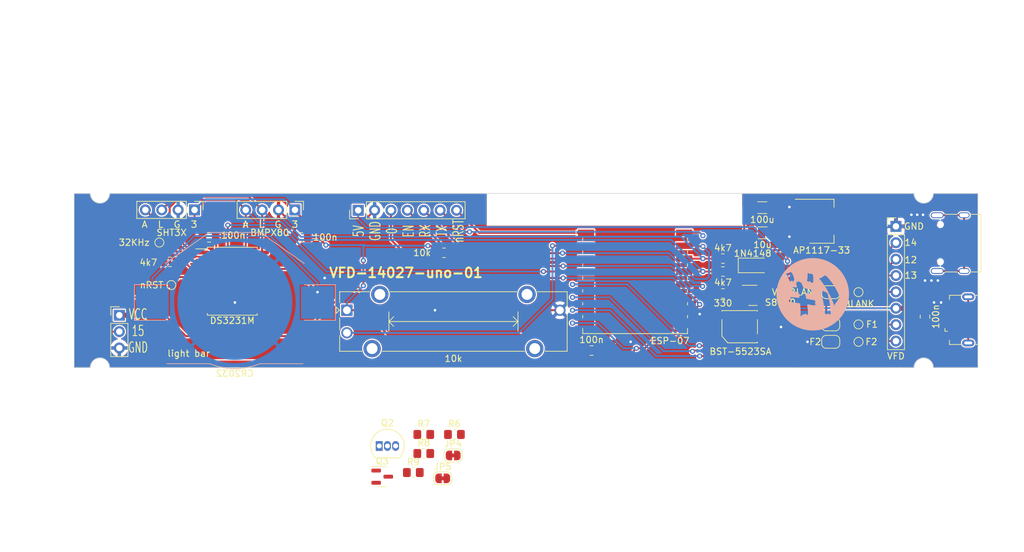
<source format=kicad_pcb>
(kicad_pcb (version 20211014) (generator pcbnew)
  (layers (0 "F.Cu" signal) (31 "B.Cu" signal) (34 "B.Paste" user) (35 "F.Paste" user) (36 "B.SilkS" user "B.Silkscreen") (37 "F.SilkS" user "F.Silkscreen") (38 "B.Mask" user) (39 "F.Mask" user) (44 "Edge.Cuts" user))
  (net 0 "")
  (net 1 "/VBAT")
  (net 2 "GNDREF")
  (net 3 "/3V3")
  (net 4 "Net-(BZ1-Pad2)")
  (net 5 "/VCC")
  (net 14 "unconnected-(J1-PadS1)")
  (net 18 "unconnected-(J2-Pad6)")
  (net 19 "/tx")
  (net 20 "/rx")
  (net 21 "/nRST")
  (net 22 "/EN")
  (net 23 "/gpio0")
  (net 24 "/gpio15")
  (net 25 "/VFDDIN")
  (net 26 "/VFDLOAD")
  (net 27 "/VFDCLK")
  (net 28 "Net-(J5-Pad5)")
  (net 29 "/F1")
  (net 30 "/F2")
  (net 31 "/SCL")
  (net 32 "/SDA")
  (net 33 "/SQW")
  (net 34 "/gpio2")
  (net 35 "Net-(RV1-Pad2)")
  (net 36 "Net-(TP1-Pad1)")
  (net 37 "Net-(TP2-Pad1)")
  (net 38 "Net-(J4-Pad2)")
  (net 41 "Net-(R2-Pad1)")
  (net 45 "Net-(R2-Pad2)")
  (footprint "Package_TO_SOT_SMD:SOT-223-3_TabPin2" (layer "F.Cu") (at 149.8 58.3)
    (fp_text reference "U3")
    (fp_text value "AP1117-33")
  )
  (footprint "TestPoint:TestPoint_Pad_D1.0mm" (layer "F.Cu") (at 155.5 74.3)
    (fp_text reference "TP4")
    (fp_text value "F1")
  )
  (footprint "Connector_PinHeader_2.54mm:PinHeader_1x04_P2.54mm_Vertical" (layer "F.Cu") (at 52.65 56.55 -90)
    (fp_text reference "M1")
    (fp_text value "SHT3X")
  )
  (footprint "Capacitor_SMD:C_1206_3216Metric_Pad1.33x1.80mm_HandSolder" (layer "F.Cu") (at 140.6 56.2)
    (fp_text reference "C4")
    (fp_text value "100u")
  )
  (footprint "RF_Module:ESP-07" (layer "F.Cu") (at 120.9 65)
    (fp_text reference "U1")
    (fp_text value "ESP-07")
  )
  (footprint "Capacitor_SMD:C_0805_2012Metric_Pad1.18x1.45mm_HandSolder" (layer "F.Cu") (at 69.1625 60.8 180)
    (fp_text reference "C6")
    (fp_text value "100n")
  )
  (footprint "Resistor_SMD:R_0805_2012Metric_Pad1.20x1.40mm_HandSolder" (layer "F.Cu") (at 88.16 94.315)
    (fp_text reference "R8")
    (fp_text value "10k")
  )
  (footprint "Resistor_SMD:R_0805_2012Metric_Pad1.20x1.40mm_HandSolder" (layer "F.Cu") (at 134.5 69.5)
    (fp_text reference "R2")
    (fp_text value "330")
  )
  (footprint "Resistor_SMD:R_0805_2012Metric_Pad1.20x1.40mm_HandSolder" (layer "F.Cu") (at 134.5 64.1 180)
    (fp_text reference "R4")
    (fp_text value "4k7")
  )
  (footprint "Resistor_SMD:R_0805_2012Metric_Pad1.20x1.40mm_HandSolder" (layer "F.Cu") (at 91.3 63.2)
    (fp_text reference "R5")
    (fp_text value "10k")
  )
  (footprint "Resistor_SMD:R_0805_2012Metric_Pad1.20x1.40mm_HandSolder" (layer "F.Cu") (at 134.5 66.1 180)
    (fp_text reference "R3")
    (fp_text value "4k7")
  )
  (footprint "Package_TO_SOT_SMD:SOT-23" (layer "F.Cu") (at 139.15 69.8)
    (fp_text reference "Q1")
    (fp_text value "S8050")
  )
  (footprint "Connector_PinHeader_2.54mm:PinHeader_1x08_P2.54mm_Vertical" (layer "F.Cu") (at 161.3 59.1)
    (fp_text reference "J5")
    (fp_text value "VFD")
  )
  (footprint "Resistor_SMD:R_0805_2012Metric_Pad1.20x1.40mm_HandSolder" (layer "F.Cu") (at 86.54 97.265)
    (fp_text reference "R9")
    (fp_text value "10k")
  )
  (footprint "Connector_PinHeader_2.54mm:PinHeader_1x03_P2.54mm_Vertical" (layer "F.Cu") (at 41 72.875)
    (fp_text reference "J4")
    (fp_text value "light bar")
  )
  (footprint "Connector_PinHeader_2.54mm:PinHeader_1x07_P2.54mm_Vertical" (layer "F.Cu") (at 78 56.6 90)
    (fp_text reference "J3")
    (fp_text value "SYS")
  )
  (footprint "Resistor_SMD:R_0805_2012Metric_Pad1.20x1.40mm_HandSolder" (layer "F.Cu") (at 48.85 64.6)
    (fp_text reference "R1")
    (fp_text value "4k7")
  )
  (footprint "Connector_PinHeader_2.54mm:PinHeader_1x04_P2.54mm_Vertical" (layer "F.Cu") (at 68.2 56.55 -90)
    (fp_text reference "M2")
    (fp_text value "BMPX80")
  )
  (footprint "Capacitor_SMD:C_0805_2012Metric_Pad1.18x1.45mm_HandSolder" (layer "F.Cu") (at 114.1515 78.359 180)
    (fp_text reference "C1")
    (fp_text value "100n")
  )
  (footprint "TestPoint:TestPoint_Pad_D1.0mm" (layer "F.Cu") (at 155.5 77)
    (fp_text reference "TP5")
    (fp_text value "F2")
  )
  (footprint "Resistor_SMD:R_0805_2012Metric_Pad1.20x1.40mm_HandSolder" (layer "F.Cu") (at 88.16 91.365)
    (fp_text reference "R7")
    (fp_text value "10k")
  )
  (footprint "Jumper:SolderJumper-2_P1.3mm_Bridged_RoundedPad1.0x1.5mm" (layer "F.Cu") (at 91.09 98.165)
    (fp_text reference "JP5")
    (fp_text value "Jumper_2_Open")
  )
  (footprint "Connector_USB:USB_Micro-B_GCT_USB3076-30-A" (layer "F.Cu") (at 171.3 73.6 90)
    (fp_text reference "J2")
    (fp_text value "USB_B_Micro")
  )
  (footprint "Connector_USB:USB_C_Receptacle_Palconn_UTC16-G" (layer "F.Cu") (at 169.625 61.7 90)
    (fp_text reference "J1")
    (fp_text value "USB_C_Receptacle_USB2.0")
  )
  (footprint "Capacitor_SMD:C_0805_2012Metric_Pad1.18x1.45mm_HandSolder" (layer "F.Cu") (at 165.8 73.1 90)
    (fp_text reference "C2")
    (fp_text value "100n")
  )
  (footprint "Package_SO:SOIC-16W_7.5x10.3mm_P1.27mm" (layer "F.Cu") (at 58.5 67.6)
    (fp_text reference "U2")
    (fp_text value "DS3231M")
  )
  (footprint "TestPoint:TestPoint_Pad_D1.0mm" (layer "F.Cu") (at 47.2 61.6)
    (fp_text reference "TP2")
    (fp_text value "32KHz")
  )
  (footprint "Package_TO_SOT_THT:TO-92_Inline" (layer "F.Cu") (at 81.26 93.145)
    (fp_text reference "Q2")
    (fp_text value "S8550")
  )
  (footprint "Buzzer_Beeper:BST-5523SA" (layer "F.Cu") (at 134.345 77.155)
    (fp_text reference "BZ1")
    (fp_text value "BST-5523SA ")
  )
  (footprint "TestPoint:TestPoint_Pad_D1.0mm" (layer "F.Cu") (at 155.5 69.3)
    (fp_text reference "TP3")
    (fp_text value "BLANK")
  )
  (footprint "Jumper:SolderJumper-2_P1.3mm_Bridged_RoundedPad1.0x1.5mm" (layer "F.Cu") (at 151.2 74.3)
    (fp_text reference "JP2")
    (fp_text value "F1")
  )
  (footprint "Diode_SMD:D_1206_3216Metric_Pad1.42x1.75mm_HandSolder" (layer "F.Cu") (at 139.3375 65.15)
    (fp_text reference "D1")
    (fp_text value "1N4148")
  )
  (footprint "TestPoint:TestPoint_Pad_D1.0mm" (layer "F.Cu") (at 49.05 68.2)
    (fp_text reference "TP1")
    (fp_text value "nRST")
  )
  (footprint "Package_TO_SOT_SMD:SOT-23" (layer "F.Cu") (at 81.72 97.905)
    (fp_text reference "Q3")
    (fp_text value "2N7002K")
  )
  (footprint "Potentiometer_THT:Potentiometer_Bourns_PTA2043_Single_Slide" (layer "F.Cu") (at 76.255 72.1)
    (fp_text reference "RV1")
    (fp_text value "10k")
  )
  (footprint "Jumper:SolderJumper-2_P1.3mm_Bridged_RoundedPad1.0x1.5mm" (layer "F.Cu") (at 92.71 94.615)
    (fp_text reference "JP4")
    (fp_text value "Jumper_2_Open")
  )
  (footprint "Resistor_SMD:R_0805_2012Metric_Pad1.20x1.40mm_HandSolder" (layer "F.Cu") (at 92.91 91.365)
    (fp_text reference "R6")
    (fp_text value "10k")
  )
  (footprint "Capacitor_SMD:C_1206_3216Metric_Pad1.33x1.80mm_HandSolder" (layer "F.Cu") (at 140.6375 60.1)
    (fp_text reference "C3")
    (fp_text value "10u")
  )
  (footprint "Capacitor_SMD:C_0805_2012Metric_Pad1.18x1.45mm_HandSolder" (layer "F.Cu") (at 54.9 60.8 180)
    (fp_text reference "C5")
    (fp_text value "100n")
  )
  (footprint "Jumper:SolderJumper-2_P1.3mm_Bridged_RoundedPad1.0x1.5mm" (layer "F.Cu") (at 151.2 69.3)
    (fp_text reference "JP1")
    (fp_text value "VFDBLANK")
  )
  (footprint "Jumper:SolderJumper-2_P1.3mm_Bridged_RoundedPad1.0x1.5mm" (layer "F.Cu") (at 151.2 77)
    (fp_text reference "JP3")
    (fp_text value "F2")
  )
  (footprint "Battery:BatteryHolder_Keystone_3002_1x2032" (layer "B.Cu") (at 58.9 70.9)
    (fp_text reference "BT1")
    (fp_text value "CR2032")
  )
  (gr_poly (pts (xy 148.142509 64.1477) (xy 147.870812 64.167609) (xy 147.601987 64.200598) (xy 147.336401 64.246511) (xy 147.074419 64.30519) (xy 146.816408 64.376479) (xy 146.562735 64.460221) (xy 146.313765 64.556259) (xy 146.069864 64.664435) (xy 145.831399 64.784594) (xy 145.598735 64.916577) (xy 145.37224 65.060228) (xy 145.152279 65.21539) (xy 144.939219 65.381906) (xy 144.733425 65.559619) (xy 144.535264 65.748372) (xy 144.535264 65.748374) (xy 144.347169 65.946577) (xy 144.169945 66.152489) (xy 144.003766 66.365726) (xy 143.848807 66.585904) (xy 143.705242 66.81264) (xy 143.573245 67.04555) (xy 143.452991 67.284251) (xy 143.344655 67.528358) (xy 143.248411 67.777488) (xy 143.164433 68.031257) (xy 143.092896 68.289282) (xy 143.033975 68.551179) (xy 142.987843 68.816564) (xy 142.954676 69.085053) (xy 142.934648 69.356263) (xy 142.927933 69.62981) (xy 142.934604 69.904012) (xy 142.954512 70.175707) (xy 142.9875 70.444531) (xy 143.033412 70.710117) (xy 143.09209 70.972098) (xy 143.163377 71.230108) (xy 143.247117 71.483781) (xy 143.343153 71.732752) (xy 143.451328 71.976652) (xy 143.571485 72.215117) (xy 143.703467 72.44778) (xy 143.847117 72.674275) (xy 144.002279 72.894236) (xy 144.168795 73.107295) (xy 144.346509 73.313088) (xy 144.535264 73.511247) (xy 144.733425 73.7) (xy 144.939219 73.877713) (xy 145.152279 74.044229) (xy 145.37224 74.199391) (xy 145.598735 74.343042) (xy 145.831399 74.475026) (xy 146.069864 74.595184) (xy 146.313765 74.703361) (xy 146.562735 74.799398) (xy 146.816408 74.88314) (xy 147.074419 74.954429) (xy 147.336401 75.013109) (xy 147.601987 75.059022) (xy 147.870812 75.092011) (xy 148.142509 75.11192) (xy 148.416712 75.118591) (xy 148.690916 75.11192) (xy 148.962613 75.092011) (xy 149.231438 75.059022) (xy 149.497024 75.013109) (xy 149.759006 74.954429) (xy 150.017017 74.88314) (xy 150.27069 74.799398) (xy 150.519661 74.703361) (xy 150.763561 74.595184) (xy 151.002027 74.475026) (xy 151.23469 74.343042) (xy 151.461185 74.199391) (xy 151.681146 74.044229) (xy 151.894207 73.877713) (xy 152.1 73.7) (xy 152.298162 73.511247) (xy 152.486911 73.313044) (xy 152.664621 73.107132) (xy 152.831134 72.893895) (xy 152.986294 72.673717) (xy 153.129944 72.446981) (xy 153.261926 72.214071) (xy 153.382084 71.97537) (xy 153.49026 71.731263) (xy 153.586298 71.482133) (xy 153.67004 71.228363) (xy 153.741329 70.970338) (xy 153.800009 70.708441) (xy 153.845923 70.443056) (xy 153.878912 70.174567) (xy 153.891471 70.003481) (xy 152.694726 70.003481) (xy 152.694678 70.014901) (xy 152.69398 70.025995) (xy 152.69263 70.036776) (xy 152.69063 70.047254) (xy 152.687979 70.057441) (xy 152.684678 70.06735) (xy 152.680724 70.07699) (xy 152.67612 70.086376) (xy 152.670865 70.095516) (xy 152.664958 70.104425) (xy 152.658399 70.113112) (xy 152.651189 70.12159) (xy 152.643328 70.129871) (xy 152.663159 70.213215) (xy 152.627437 70.332277) (xy 152.619162 70.341534) (xy 152.610701 70.349966) (xy 152.602052 70.357583) (xy 152.593217 70.364399) (xy 152.584195 70.370424) (xy 152.574987 70.375669) (xy 152.565592 70.380148) (xy 152.556011 70.38387) (xy 152.546244 70.386849) (xy 152.53629 70.389095) (xy 152.526151 70.39062) (xy 152.515825 70.391436) (xy 152.505314 70.391554) (xy 152.494617 70.390986) (xy 152.483735 70.389744) (xy 152.472666 70.387839) (xy 152.480612 70.471182) (xy 152.480425 70.482297) (xy 152.479867 70.493313) (xy 152.478936 70.504224) (xy 152.477633 70.515025) (xy 152.475957 70.52571) (xy 152.47391 70.536272) (xy 152.47149 70.546707) (xy 152.468698 70.557007) (xy 152.465534 70.567168) (xy 152.461998 70.577184) (xy 152.45809 70.587049) (xy 152.45381 70.596757) (xy 152.449158 70.606302) (xy 152.444135 70.615678) (xy 152.438739 70.62488) (xy 152.432972 70.633902) (xy 152.426183 70.641021) (xy 152.419214 70.647506) (xy 152.41207 70.653375) (xy 152.404759 70.658645) (xy 152.397285 70.663333) (xy 152.389654 70.667458) (xy 152.381872 70.671036) (xy 152.373944 70.674086) (xy 152.365877 70.676623) (xy 152.357676 70.678667) (xy 152.349347 70.680233) (xy 152.340895 70.681341) (xy 152.332327 70.682006) (xy 152.323647 70.682248) (xy 152.314862 70.682082) (xy 152.305978 70.681527) (xy 152.278202 70.725184) (xy 152.286147 70.760902) (xy 152.286751 70.773458) (xy 152.28707 70.785823) (xy 152.287098 70.79799) (xy 152.28683 70.809953) (xy 152.286259 70.821707) (xy 152.28538 70.833246) (xy 152.284187 70.844564) (xy 152.282675 70.855656) (xy 152.280837 70.866514) (xy 152.278667 70.877135) (xy 152.276161 70.887511) (xy 152.273311 70.897637) (xy 152.270114 70.907508) (xy 152.266561 70.917117) (xy 152.262649 70.926458) (xy 152.258371 70.935526) (xy 152.24926 70.946268) (xy 152.239789 70.956161) (xy 152.229968 70.965194) (xy 152.21981 70.973354) (xy 152.209326 70.980631) (xy 152.198528 70.987012) (xy 152.187427 70.992487) (xy 152.176036 70.997043) (xy 152.164365 71.000669) (xy 152.152426 71.003353) (xy 152.140231 71.005083) (xy 152.127792 71.005849) (xy 152.11512 71.005637) (xy 152.102227 71.004438) (xy 152.089124 71.002238) (xy 152.075824 70.999027) (xy 152.075824 71.08237) (xy 152.055178 71.106369) (xy 152.034904 71.130739) (xy 152.015002 71.155482) (xy 151.995471 71.180597) (xy 151.976311 71.206084) (xy 151.957522 71.231943) (xy 151.939102 71.258174) (xy 151.921053 71.284777) (xy 151.956774 71.459402) (xy 151.958729 71.471214) (xy 151.960126 71.482835) (xy 151.960964 71.494257) (xy 151.961244 71.505477) (xy 151.960965 71.516487) (xy 151.960128 71.527281) (xy 151.958732 71.537855) (xy 151.956778 71.548203) (xy 151.954266 71.558317) (xy 151.951196 71.568194) (xy 151.947567 71.577826) (xy 151.94338 71.587208) (xy 151.938635 71.596335) (xy 151.933332 71.605199) (xy 151.927472 71.613797) (xy 151.921053 71.622121) (xy 151.837725 71.665777) (xy 151.828845 71.666381) (xy 151.820064 71.6667) (xy 151.811388 71.666728) (xy 151.802821 71.666459) (xy 151.79437 71.665889) (xy 151.78604 71.66501) (xy 151.777838 71.663817) (xy 151.76977 71.662305) (xy 151.761841 71.660467) (xy 151.754057 71.658297) (xy 151.746424 71.655791) (xy 151.738948 71.652941) (xy 151.731635 71.649743) (xy 151.72449 71.64619) (xy 151.71752 71.642276) (xy 151.71073 71.637996) (xy 151.619891 71.384307) (xy 151.5257 71.1295) (xy 151.427785 70.87395) (xy 151.325773 70.618027) (xy 151.217759 70.36347) (xy 151.107504 70.111516) (xy 150.99427 69.861795) (xy 150.877318 69.613934) (xy 150.857487 69.613934) (xy 150.901007 69.767421) (xy 150.942249 69.921326) (xy 150.981166 70.075697) (xy 151.017712 70.230579) (xy 151.051841 70.386019) (xy 151.083505 70.542064) (xy 151.112657 70.69876) (xy 151.139253 70.856153) (xy 151.188304 71.171048) (xy 151.234007 71.4852) (xy 151.275991 71.799351) (xy 151.313887 72.114247) (xy 151.314989 72.139361) (xy 151.315253 72.164104) (xy 151.315042 72.176336) (xy 151.314587 72.188474) (xy 151.313876 72.20052) (xy 151.312898 72.212473) (xy 151.311641 72.224333) (xy 151.310093 72.236099) (xy 151.308243 72.247773) (xy 151.30608 72.259354) (xy 151.303591 72.270841) (xy 151.300765 72.282236) (xy 151.297591 72.293538) (xy 151.294056 72.304746) (xy 151.302002 72.431746) (xy 151.305303 72.45835) (xy 151.307773 72.484588) (xy 151.309418 72.510465) (xy 151.310244 72.535988) (xy 151.310256 72.561161) (xy 151.309461 72.585992) (xy 151.307863 72.610486) (xy 151.305469 72.634648) (xy 151.302285 72.658485) (xy 151.298315 72.682002) (xy 151.293567 72.705205) (xy 151.288044 72.7281) (xy 151.281754 72.750693) (xy 151.274702 72.772989) (xy 151.266894 72.794994) (xy 151.258335 72.816715) (xy 151.245637 72.824623) (xy 151.232841 72.831978) (xy 151.219941 72.838787) (xy 151.206931 72.845055) (xy 151.193804 72.850788) (xy 151.180556 72.855992) (xy 151.16718 72.860673) (xy 151.15367 72.864837) (xy 151.14002 72.868488) (xy 151.126225 72.871635) (xy 151.112279 72.874281) (xy 151.098175 72.876433) (xy 151.083908 72.878096) (xy 151.069471 72.879277) (xy 151.054859 72.879982) (xy 151.040067 72.880215) (xy 151.029739 72.880074) (xy 151.019604 72.879642) (xy 151.009667 72.878907) (xy 150.999935 72.877859) (xy 150.990413 72.876485) (xy 150.981106 72.874774) (xy 150.97202 72.872714) (xy 150.963162 72.870293) (xy 150.954536 72.867501) (xy 150.946149 72.864325) (xy 150.938005 72.860753) (xy 150.930112 72.856775) (xy 150.922475 72.852378) (xy 150.915099 72.84755) (xy 150.90799 72.842281) (xy 150.901154 72.836559) (xy 150.865433 72.753215) (xy 150.80988 72.773059) (xy 150.746383 72.765123) (xy 150.718607 72.765123) (xy 150.682886 72.876247) (xy 150.599557 72.931809) (xy 150.58923 72.932413) (xy 150.579095 72.932732) (xy 150.569158 72.93276) (xy 150.559426 72.932491) (xy 150.549903 72.931921) (xy 150.540596 72.931042) (xy 150.531511 72.929849) (xy 150.522652 72.928337) (xy 150.514027 72.926499) (xy 150.505639 72.924329) (xy 150.497496 72.921823) (xy 150.489603 72.918973) (xy 150.481966 72.915775) (xy 150.47459 72.912222) (xy 150.467481 72.908308) (xy 150.460645 72.904029) (xy 150.452735 72.897239) (xy 150.445379 72.89027) (xy 150.43857 72.883126) (xy 150.432301 72.875813) (xy 150.426568 72.868338) (xy 150.421364 72.860705) (xy 150.416684 72.852922) (xy 150.412521 72.844993) (xy 150.40887 72.836925) (xy 150.405725 72.828723) (xy 150.403079 72.820393) (xy 150.400928 72.811941) (xy 150.399265 72.803373) (xy 150.398085 72.794694) (xy 150.397381 72.785911) (xy 150.397147 72.777029) (xy 150.370364 72.773665) (xy 150.343627 72.769463) (xy 150.316984 72.764332) (xy 150.29048 72.758177) (xy 150.277295 72.754687) (xy 150.264162 72.750906) (xy 150.251088 72.746823) (xy 150.238077 72.742426) (xy 150.225136 72.737703) (xy 150.212272 72.732643) (xy 150.199488 72.727235) (xy 150.186792 72.721466) (xy 150.139962 72.323971) (xy 150.089051 71.928708) (xy 150.034421 71.534934) (xy 149.992831 71.25303) (xy 149.107206 71.25303) (xy 149.099261 71.31653) (xy 149.096052 71.325275) (xy 149.09239 71.333653) (xy 149.088287 71.341671) (xy 149.083754 71.349335) (xy 149.078803 71.356649) (xy 149.073446 71.36362) (xy 149.067694 71.370255) (xy 149.061558 71.376558) (xy 149.05505 71.382535) (xy 149.048181 71.388193) (xy 149.040964 71.393536) (xy 149.033409 71.398572) (xy 149.025528 71.403305) (xy 149.017332 71.407742) (xy 149.008833 71.411888) (xy 149.000043 71.415749) (xy 148.989713 71.416353) (xy 148.979564 71.416672) (xy 148.969591 71.4167) (xy 148.959787 71.416431) (xy 148.950146 71.415861) (xy 148.940663 71.414982) (xy 148.931331 71.413789) (xy 148.922144 71.412277) (xy 148.913098 71.410439) (xy 148.904185 71.408269) (xy 148.8954 71.405762) (xy 148.886737 71.402913) (xy 148.878189 71.399714) (xy 148.869752 71.396161) (xy 148.861419 71.392248) (xy 148.853185 71.387968) (xy 148.805545 71.387968) (xy 148.769824 71.471311) (xy 148.678551 71.514968) (xy 148.55881 71.488861) (xy 148.437952 71.46387) (xy 148.194375 71.415749) (xy 147.949307 71.370108) (xy 147.829381 71.34766) (xy 147.710199 71.324467) (xy 147.682423 71.324467) (xy 147.753865 71.852311) (xy 147.770912 71.9839) (xy 147.786099 72.116233) (xy 147.799057 72.248566) (xy 147.809418 72.380154) (xy 147.810341 72.423121) (xy 147.810101 72.465669) (xy 147.808651 72.507752) (xy 147.805946 72.549323) (xy 147.801938 72.590336) (xy 147.796582 72.630744) (xy 147.789832 72.670502) (xy 147.781642 72.709561) (xy 147.771971 72.745272) (xy 147.76081 72.780936) (xy 147.748161 72.816507) (xy 147.734023 72.851939) (xy 147.718396 72.887185) (xy 147.701282 72.922199) (xy 147.682681 72.956933) (xy 147.662592 72.991342) (xy 147.591149 73.02706) (xy 147.581521 73.028316) (xy 147.571998 73.029107) (xy 147.562592 73.029432) (xy 147.553315 73.029293) (xy 147.544177 73.028688) (xy 147.535191 73.027619) (xy 147.526368 73.026084) (xy 147.51772 73.024084) (xy 147.509259 73.021619) (xy 147.500994 73.018689) (xy 147.49294 73.015294) (xy 147.485106 73.011434) (xy 147.477504 73.007109) (xy 147.470147 73.002318) (xy 147.463044 72.997063) (xy 147.456209 72.991342) (xy 147.364936 72.800842) (xy 147.301438 72.780998) (xy 147.287858 72.792718) (xy 147.273908 72.804066) (xy 147.259586 72.815042) (xy 147.244893 72.825646) (xy 147.229828 72.835878) (xy 147.214389 72.845738) (xy 147.198576 72.855226) (xy 147.182389 72.864341) (xy 147.08317 72.856404) (xy 147.019673 72.884185) (xy 146.920454 72.876248) (xy 146.900623 72.876248) (xy 146.90188 72.885085) (xy 146.902671 72.893735) (xy 146.902998 72.9022) (xy 146.902858 72.910479) (xy 146.902253 72.918571) (xy 146.901183 72.926478) (xy 146.899648 72.934198) (xy 146.897648 72.941733) (xy 146.895182 72.949081) (xy 146.892251 72.956243) (xy 146.888855 72.96322) (xy 146.884994 72.97001) (xy 146.880669 72.976614) (xy 146.875878 72.983032) (xy 146.870622 72.989264) (xy 146.864902 72.99531) (xy 146.856627 73.002429) (xy 146.848165 73.008914) (xy 146.839516 73.014783) (xy 146.830681 73.020053) (xy 146.821659 73.024742) (xy 146.812451 73.028867) (xy 146.803056 73.032445) (xy 146.793475 73.035494) (xy 146.783708 73.038032) (xy 146.773755 73.040075) (xy 146.763615 73.041642) (xy 146.75329 73.04275) (xy 146.742779 73.043415) (xy 146.732082 73.043657) (xy 146.721199 73.043491) (xy 146.710131 73.042936) (xy 146.710131 73.078654) (xy 146.70622 73.08884) (xy 146.701931 73.098568) (xy 146.697259 73.107841) (xy 146.692198 73.116667) (xy 146.686742 73.125051) (xy 146.680885 73.133) (xy 146.674622 73.140517) (xy 146.667946 73.147611) (xy 146.660852 73.154286) (xy 146.653334 73.160548) (xy 146.645386 73.166403) (xy 146.637002 73.171857) (xy 146.628177 73.176916) (xy 146.618905 73.181586) (xy 146.609179 73.185871) (xy 146.598994 73.189779) (xy 146.507721 73.189779) (xy 146.49753 73.185871) (xy 146.4878 73.181586) (xy 146.478523 73.176917) (xy 146.469695 73.171858) (xy 146.461308 73.166404) (xy 146.453358 73.160549) (xy 146.445839 73.154286) (xy 146.438745 73.147611) (xy 146.432069 73.140518) (xy 146.425807 73.133) (xy 146.419952 73.125052) (xy 146.414499 73.116667) (xy 146.409441 73.107841) (xy 146.404773 73.098568) (xy 146.40049 73.08884) (xy 146.396584 73.078654) (xy 146.404529 72.904029) (xy 146.404529 72.177748) (xy 146.392131 71.921764) (xy 146.385004 71.793771) (xy 146.376753 71.665779) (xy 146.341032 71.145873) (xy 146.144581 71.116975) (xy 145.94813 71.09031) (xy 145.751678 71.066622) (xy 145.555227 71.046654) (xy 145.354307 71.022036) (xy 145.156366 70.995557) (xy 144.961404 70.966846) (xy 144.769422 70.93553) (xy 144.761477 70.915686) (xy 144.634482 70.852185) (xy 144.634514 70.852186) (xy 144.626655 70.84163) (xy 144.619459 70.8308) (xy 144.612937 70.819703) (xy 144.607102 70.808344) (xy 144.601965 70.79673) (xy 144.597537 70.784865) (xy 144.59383 70.772756) (xy 144.590856 70.760409) (xy 144.588626 70.747829) (xy 144.587152 70.735023) (xy 144.586445 70.721996) (xy 144.586516 70.708753) (xy 144.587378 70.695302) (xy 144.589042 70.681646) (xy 144.591519 70.667793) (xy 144.594821 70.653749) (xy 144.596545 70.635284) (xy 144.598745 70.617092) (xy 144.601434 70.599168) (xy 144.604622 70.581505) (xy 144.608322 70.564098) (xy 144.612544 70.546941) (xy 144.617301 70.530029) (xy 144.622605 70.513354) (xy 144.628466 70.496912) (xy 144.634897 70.480697) (xy 144.641909 70.464703) (xy 144.649514 70.448924) (xy 144.657723 70.433354) (xy 144.666549 70.417988) (xy 144.676002 70.402819) (xy 144.686094 70.387842) (xy 144.698886 70.377101) (xy 144.711969 70.367208) (xy 144.725355 70.358175) (xy 144.739055 70.350015) (xy 144.75308 70.342738) (xy 144.767443 70.336357) (xy 144.782155 70.330882) (xy 144.797227 70.326326) (xy 144.812671 70.3227) (xy 144.828499 70.320016) (xy 144.844722 70.318286) (xy 144.861351 70.31752) (xy 144.8784 70.317732) (xy 144.895878 70.318931) (xy 144.913798 70.321131) (xy 144.932171 70.324342) (xy 144.924225 70.252904) (xy 144.832952 70.217186) (xy 144.7774 70.125904) (xy 144.785346 70.042561) (xy 144.788555 70.033817) (xy 144.792217 70.025438) (xy 144.79632 70.01742) (xy 144.800853 70.009757) (xy 144.805804 70.002443) (xy 144.811161 69.995471) (xy 144.816913 69.988837) (xy 144.823049 69.982534) (xy 144.829557 69.976557) (xy 144.836425 69.970899) (xy 144.843643 69.965555) (xy 144.851198 69.96052) (xy 144.859079 69.955786) (xy 144.867275 69.95135) (xy 144.875774 69.947204) (xy 144.884564 69.943342) (xy 144.969234 69.945381) (xy 145.053622 69.948489) (xy 145.137822 69.952621) (xy 145.221927 69.957729) (xy 145.390225 69.97069) (xy 145.559265 69.986999) (xy 146.214102 70.058437) (xy 146.233933 70.058437) (xy 146.178381 69.72903) (xy 146.172051 69.687529) (xy 146.164978 69.646307) (xy 146.157164 69.605271) (xy 146.148606 69.564327) (xy 146.139305 69.523384) (xy 146.12926 69.482348) (xy 146.118471 69.441126) (xy 146.106938 69.399624) (xy 145.877745 69.376308) (xy 145.760911 69.36558) (xy 145.642593 69.355968) (xy 145.583429 69.350945) (xy 145.524962 69.344806) (xy 145.467147 69.33755) (xy 145.409936 69.329178) (xy 145.353282 69.319691) (xy 145.297138 69.309087) (xy 145.241457 69.297367) (xy 145.186193 69.28453) (xy 145.142526 69.213093) (xy 145.140665 69.199793) (xy 145.139554 69.186691) (xy 145.1392 69.173799) (xy 145.139608 69.161127) (xy 145.140783 69.148688) (xy 145.142732 69.136493) (xy 145.14546 69.124554) (xy 145.148974 69.112882) (xy 145.153277 69.101489) (xy 145.158378 69.090387) (xy 145.16428 69.079588) (xy 145.17099 69.069102) (xy 145.178514 69.058942) (xy 145.186857 69.049119) (xy 145.196025 69.039644) (xy 145.206024 69.030531) (xy 145.206024 68.994812) (xy 145.106805 68.959094) (xy 145.077717 68.905578) (xy 145.049747 68.852435) (xy 144.995668 68.748751) (xy 144.995064 68.738425) (xy 144.994745 68.728279) (xy 144.994717 68.718308) (xy 144.994985 68.708505) (xy 144.995556 68.698865) (xy 144.996435 68.689382) (xy 144.997628 68.680051) (xy 144.99914 68.670864) (xy 145.000979 68.661817) (xy 145.003148 68.652904) (xy 145.005655 68.644119) (xy 145.008504 68.635455) (xy 145.011702 68.626908) (xy 145.015254 68.618472) (xy 145.019166 68.61014) (xy 145.023445 68.601907) (xy 145.134581 68.538406) (xy 145.178248 68.546344) (xy 145.206024 68.546344) (xy 145.241745 68.455062) (xy 145.325073 68.3995) (xy 145.781473 68.427281) (xy 145.852915 68.427281) (xy 145.706058 67.998655) (xy 145.705454 67.988329) (xy 145.705135 67.978184) (xy 145.705106 67.968212) (xy 145.705375 67.95841) (xy 145.705945 67.94877) (xy 145.706824 67.939287) (xy 145.708017 67.929955) (xy 145.70953 67.920769) (xy 145.711368 67.911722) (xy 145.713537 67.902809) (xy 145.716044 67.894023) (xy 145.718893 67.88536) (xy 145.722091 67.876813) (xy 145.725643 67.868376) (xy 145.729556 67.860045) (xy 145.733834 67.851812) (xy 145.805277 67.804186) (xy 145.785446 67.740686) (xy 145.793391 67.641467) (xy 145.89261 67.550186) (xy 145.903678 67.548232) (xy 145.91456 67.546837) (xy 145.925255 67.546) (xy 145.935764 67.545721) (xy 145.946088 67.546) (xy 145.956225 67.546837) (xy 145.966177 67.548232) (xy 145.975942 67.550186) (xy 145.985522 67.552697) (xy 145.994916 67.555767) (xy 146.004124 67.559395) (xy 146.013147 67.56358) (xy 146.021983 67.568324) (xy 146.030635 67.573626) (xy 146.0391 67.579487) (xy 146.047381 67.585905) (xy 146.067211 67.585905) (xy 146.075157 67.558123) (xy 146.174376 67.494623) (xy 146.208589 67.502453) (xy 146.242712 67.511119) (xy 146.276649 67.520715) (xy 146.310309 67.531335) (xy 146.343596 67.54307) (xy 146.376416 67.556015) (xy 146.392622 67.56297) (xy 146.408677 67.570262) (xy 146.424567 67.577903) (xy 146.440283 67.585905) (xy 146.476004 67.649404) (xy 146.519671 67.641467) (xy 146.646666 67.677187) (xy 146.681827 67.729641) (xy 146.715823 67.782792) (xy 146.748606 67.836595) (xy 146.780132 67.891002) (xy 146.810354 67.945968) (xy 146.839227 68.001445) (xy 146.866705 68.057388) (xy 146.892742 68.113748) (xy 146.9426 68.224688) (xy 146.990968 68.337487) (xy 147.037846 68.452519) (xy 147.083234 68.570155) (xy 147.466221 68.63812) (xy 147.849208 68.709062) (xy 147.944627 68.726184) (xy 148.040327 68.744842) (xy 148.136214 68.765081) (xy 148.232195 68.786948) (xy 148.328177 68.810489) (xy 148.424064 68.835752) (xy 148.519764 68.862781) (xy 148.615183 68.891624) (xy 148.670735 68.982906) (xy 148.662789 69.074187) (xy 148.563571 69.165469) (xy 148.452434 69.157531) (xy 148.424658 69.157531) (xy 148.396882 69.228969) (xy 148.285745 69.284531) (xy 148.305576 69.367875) (xy 148.318878 69.368106) (xy 148.331995 69.368797) (xy 148.344924 69.369941) (xy 148.357668 69.371533) (xy 148.370226 69.373567) (xy 148.382597 69.376037) (xy 148.394782 69.378937) (xy 148.406781 69.382262) (xy 148.418594 69.386005) (xy 148.43022 69.39016) (xy 148.44166 69.394723) (xy 148.452914 69.399687) (xy 148.463982 69.405046) (xy 148.474864 69.410795) (xy 148.485559 69.416927) (xy 148.496068 69.423437) (xy 148.551621 69.534562) (xy 148.543675 69.605999) (xy 148.539022 69.614744) (xy 148.53401 69.623122) (xy 148.52865 69.63114) (xy 148.522954 69.638803) (xy 148.516932 69.646118) (xy 148.510597 69.653089) (xy 148.50396 69.659724) (xy 148.497033 69.666026) (xy 148.489827 69.672004) (xy 148.482353 69.677661) (xy 148.474624 69.683005) (xy 148.466649 69.688041) (xy 148.458442 69.692774) (xy 148.450014 69.697211) (xy 148.441376 69.701357) (xy 148.432539 69.705218) (xy 147.464154 69.566311) (xy 147.372881 69.566311) (xy 147.507821 70.221154) (xy 147.867485 70.283166) (xy 148.230128 70.348155) (xy 148.319063 70.362472) (xy 148.407299 70.378603) (xy 148.494884 70.396501) (xy 148.581863 70.41612) (xy 148.668284 70.437413) (xy 148.754193 70.460334) (xy 148.839636 70.484836) (xy 148.92466 70.510873) (xy 148.988157 70.602155) (xy 148.980212 70.701374) (xy 148.976399 70.709374) (xy 148.972387 70.717001) (xy 148.968167 70.724256) (xy 148.963725 70.731139) (xy 148.95905 70.737651) (xy 148.954131 70.74379) (xy 148.948956 70.749557) (xy 148.943514 70.754952) (xy 148.937791 70.759975) (xy 148.931778 70.764626) (xy 148.925463 70.768904) (xy 148.918833 70.772811) (xy 148.911877 70.776346) (xy 148.904584 70.779508) (xy 148.896941 70.782299) (xy 148.888938 70.784717) (xy 148.952436 70.90378) (xy 148.953555 70.914849) (xy 148.953942 70.925732) (xy 148.953609 70.936429) (xy 148.952565 70.94694) (xy 148.950825 70.957265) (xy 148.948397 70.967404) (xy 148.945296 70.977357) (xy 148.941531 70.987123) (xy 148.937115 70.996704) (xy 148.932059 71.006099) (xy 148.926375 71.015308) (xy 148.920075 71.02433) (xy 148.913169 71.033167) (xy 148.90567 71.041818) (xy 148.897589 71.050282) (xy 148.888938 71.058561) (xy 148.888938 71.078405) (xy 149.051654 71.141905) (xy 149.107206 71.25303) (xy 149.992831 71.25303) (xy 149.976436 71.141904) (xy 149.944258 70.944334) (xy 149.907238 70.747509) (xy 149.865379 70.551428) (xy 149.818682 70.356091) (xy 149.767148 70.161498) (xy 149.710778 69.96765) (xy 149.649573 69.774545) (xy 149.583534 69.582184) (xy 149.582277 69.571813) (xy 149.581486 69.561535) (xy 149.58116 69.551349) (xy 149.581299 69.541257) (xy 149.581904 69.531258) (xy 149.582974 69.521351) (xy 149.584509 69.511538) (xy 149.58651 69.501818) (xy 149.588975 69.49219) (xy 149.591906 69.482656) (xy 149.595302 69.473215) (xy 149.599163 69.463866) (xy 149.603489 69.454611) (xy 149.60828 69.445449) (xy 149.613535 69.43638) (xy 149.619256 69.427404) (xy 149.583534 69.316279) (xy 149.582328 69.305953) (xy 149.581673 69.295808) (xy 149.581564 69.285836) (xy 149.581995 69.276034) (xy 149.582961 69.266394) (xy 149.584454 69.256911) (xy 149.586471 69.247579) (xy 149.589005 69.238393) (xy 149.59205 69.229346) (xy 149.5956 69.220432) (xy 149.599651 69.211647) (xy 149.604195 69.202984) (xy 149.609228 69.194437) (xy 149.614744 69.186) (xy 149.620737 69.177668) (xy 149.627201 69.169435) (xy 149.638408 69.162923) (xy 149.649709 69.156777) (xy 149.661102 69.150991) (xy 149.672589 69.14556) (xy 149.684169 69.140478) (xy 149.695842 69.135739) (xy 149.707608 69.131337) (xy 149.719467 69.127267) (xy 149.73142 69.123522) (xy 149.743465 69.120097) (xy 149.755604 69.116985) (xy 149.767835 69.114182) (xy 149.78016 69.111681) (xy 149.792578 69.109477) (xy 149.805089 69.107563) (xy 149.817693 69.105935) (xy 149.901021 69.113872) (xy 149.920852 69.113872) (xy 149.956573 68.986872) (xy 150.039902 68.93131) (xy 150.050229 68.930052) (xy 150.060364 68.929248) (xy 150.070301 68.928886) (xy 150.080033 68.928954) (xy 150.089556 68.92944) (xy 150.098863 68.930333) (xy 150.107948 68.931622) (xy 150.116807 68.933294) (xy 150.125432 68.935339) (xy 150.13382 68.937744) (xy 150.141963 68.940497) (xy 150.149856 68.943588) (xy 150.157493 68.947005) (xy 150.164869 68.950735) (xy 150.171978 68.954767) (xy 150.178814 68.959091) (xy 150.188306 68.969556) (xy 150.197432 68.980121) (xy 150.206196 68.990789) (xy 150.214606 69.001569) (xy 150.222666 69.012464) (xy 150.230383 69.023482) (xy 150.237763 69.034628) (xy 150.244811 69.045907) (xy 150.251533 69.057326) (xy 150.257935 69.06889) (xy 150.264022 69.080605) (xy 150.269802 69.092478) (xy 150.275278 69.104513) (xy 150.280458 69.116717) (xy 150.285347 69.129095) (xy 150.289951 69.141653) (xy 150.381225 69.105935) (xy 150.452667 69.105935) (xy 150.470899 69.116634) (xy 150.488386 69.127902) (xy 150.505129 69.139753) (xy 150.521128 69.152196) (xy 150.536383 69.165243) (xy 150.550894 69.178907) (xy 150.564661 69.193199) (xy 150.577684 69.20813) (xy 150.589962 69.223713) (xy 150.601497 69.239958) (xy 150.612287 69.256877) (xy 150.622333 69.274483) (xy 150.631635 69.292786) (xy 150.640193 69.311799) (xy 150.648007 69.331532) (xy 150.655077 69.351997) (xy 150.710629 69.371842) (xy 150.738405 69.371842) (xy 150.661572 69.229354) (xy 150.582879 69.087703) (xy 150.502326 68.946983) (xy 150.419913 68.807286) (xy 150.335639 68.668706) (xy 150.249505 68.531334) (xy 150.161508 68.395265) (xy 150.07165 68.260591) (xy 149.977335 68.127034) (xy 149.881903 67.994313) (xy 149.785353 67.862523) (xy 149.687686 67.731756) (xy 149.588902 67.602105) (xy 149.489 67.473663) (xy 149.387982 67.346523) (xy 149.285845 67.220779) (xy 149.285781 67.220777) (xy 149.285231 67.21045) (xy 149.285069 67.200297) (xy 149.285313 67.190308) (xy 149.28598 67.180469) (xy 149.287089 67.17077) (xy 149.287999 67.165212) (xy 148.631041 67.165212) (xy 148.623095 67.200932) (xy 148.623095 67.585901) (xy 148.622862 67.607343) (xy 148.622158 67.628518) (xy 148.620977 67.649437) (xy 148.619314 67.670113) (xy 148.617163 67.690555) (xy 148.614518 67.710777) (xy 148.611373 67.730789) (xy 148.607722 67.750604) (xy 148.603559 67.770233) (xy 148.598878 67.789687) (xy 148.593674 67.808978) (xy 148.587941 67.828119) (xy 148.581673 67.84712) (xy 148.574863 67.865992) (xy 148.567507 67.884749) (xy 148.559598 67.903401) (xy 148.544574 67.912793) (xy 148.52927 67.921609) (xy 148.513689 67.929833) (xy 148.497828 67.937445) (xy 148.481689 67.94443) (xy 148.465271 67.95077) (xy 148.448574 67.956447) (xy 148.431598 67.961444) (xy 148.414343 67.965743) (xy 148.396809 67.969327) (xy 148.378997 67.972179) (xy 148.360905 67.97428) (xy 148.342534 67.975615) (xy 148.323883 67.976164) (xy 148.304954 67.975911) (xy 148.285745 67.974839) (xy 148.258962 67.971475) (xy 148.232225 67.967273) (xy 148.205582 67.962142) (xy 148.179078 67.955987) (xy 148.165893 67.952497) (xy 148.15276 67.948716) (xy 148.139686 67.944633) (xy 148.126675 67.940236) (xy 148.113735 67.935514) (xy 148.10087 67.930454) (xy 148.088086 67.925045) (xy 148.07539 67.919276) (xy 148.068227 67.910998) (xy 148.061628 67.902533) (xy 148.055599 67.893883) (xy 148.050145 67.885046) (xy 148.045273 67.876023) (xy 148.040987 67.866814) (xy 148.037295 67.85742) (xy 148.034202 67.847839) (xy 148.031714 67.838072) (xy 148.029836 67.828119) (xy 148.028575 67.81798) (xy 148.027936 67.807655) (xy 148.027926 67.797144) (xy 148.02855 67.786447) (xy 148.029813 67.775564) (xy 148.031723 67.764495) (xy 147.968226 67.792278) (xy 147.869007 67.78434) (xy 147.785679 67.804184) (xy 147.779008 67.805545) (xy 147.772384 67.806652) (xy 147.76581 67.807508) (xy 147.759286 67.808114) (xy 147.752815 67.808474) (xy 147.746397 67.808588) (xy 147.740035 67.80846) (xy 147.733729 67.808091) (xy 147.727481 67.807484) (xy 147.721292 67.806641) (xy 147.715165 67.805563) (xy 147.709099 67.804254) (xy 147.703098 67.802715) (xy 147.697162 67.800949) (xy 147.691292 67.798958) (xy 147.685491 67.796743) (xy 147.67976 67.794307) (xy 147.674099 67.791653) (xy 147.668511 67.788782) (xy 147.662997 67.785697) (xy 147.652197 67.778892) (xy 147.641711 67.771256) (xy 147.631549 67.762806) (xy 147.621724 67.753559) (xy 147.612248 67.743534) (xy 147.603132 67.732747) (xy 147.575356 67.740684) (xy 147.464219 67.704965) (xy 147.396749 67.601777) (xy 147.413924 67.493939) (xy 147.429274 67.389821) (xy 145.670866 67.389821) (xy 145.670587 67.406725) (xy 145.66975 67.423385) (xy 145.668354 67.439789) (xy 145.6664 67.455925) (xy 145.663888 67.471783) (xy 145.660817 67.48735) (xy 145.657189 67.502614) (xy 145.653002 67.517565) (xy 145.648257 67.53219) (xy 145.642954 67.546478) (xy 145.637094 67.560417) (xy 145.630675 67.573995) (xy 145.623885 67.581903) (xy 145.616916 67.589258) (xy 145.609773 67.596067) (xy 145.602461 67.602335) (xy 145.594987 67.608068) (xy 145.587356 67.613272) (xy 145.579574 67.617953) (xy 145.571646 67.622116) (xy 145.563579 67.625768) (xy 145.555378 67.628914) (xy 145.547049 67.63156) (xy 145.538597 67.633712) (xy 145.530029 67.635376) (xy 145.521349 67.636557) (xy 145.512564 67.637261) (xy 145.50368 67.637495) (xy 145.495735 67.736713) (xy 145.491824 67.7469) (xy 145.487535 67.756627) (xy 145.482863 67.765901) (xy 145.477802 67.774727) (xy 145.472346 67.783111) (xy 145.466489 67.791059) (xy 145.460226 67.798577) (xy 145.45355 67.805671) (xy 145.446456 67.812346) (xy 145.438938 67.818608) (xy 145.43099 67.824463) (xy 145.422606 67.829917) (xy 145.413781 67.834976) (xy 145.404508 67.839645) (xy 145.394783 67.843931) (xy 145.384598 67.847839) (xy 145.37353 67.849095) (xy 145.362649 67.849885) (xy 145.351953 67.850211) (xy 145.341444 67.850072) (xy 145.33112 67.849467) (xy 145.320983 67.848397) (xy 145.311031 67.846863) (xy 145.301266 67.844863) (xy 145.291686 67.842398) (xy 145.282292 67.839468) (xy 145.273084 67.836073) (xy 145.264061 67.832212) (xy 145.255224 67.827887) (xy 145.246573 67.823097) (xy 145.238108 67.817841) (xy 145.229828 67.812121) (xy 145.222708 67.803842) (xy 145.216221 67.795377) (xy 145.210351 67.786727) (xy 145.205079 67.77789) (xy 145.200389 67.768867) (xy 145.196263 67.759658) (xy 145.192683 67.750264) (xy 145.189633 67.740683) (xy 145.187094 67.730916) (xy 145.18505 67.720963) (xy 145.183482 67.710824) (xy 145.182374 67.700499) (xy 145.181708 67.689988) (xy 145.181466 67.679291) (xy 145.181632 67.668408) (xy 145.182188 67.657339) (xy 145.174654 67.661665) (xy 145.166947 67.665711) (xy 145.159077 67.669479) (xy 145.151057 67.672967) (xy 145.142897 67.676176) (xy 145.134609 67.679106) (xy 145.126206 67.681757) (xy 145.117697 67.684129) (xy 145.109096 67.686222) (xy 145.100413 67.688036) (xy 145.09166 67.689571) (xy 145.082848 67.690827) (xy 145.073989 67.691803) (xy 145.065096 67.692501) (xy 145.056178 67.692919) (xy 145.047248 67.693059) (xy 145.047248 67.720841) (xy 144.948029 67.812122) (xy 144.9377 67.813379) (xy 144.927551 67.814183) (xy 144.917577 67.814546) (xy 144.907773 67.814478) (xy 144.898132 67.813991) (xy 144.888649 67.813098) (xy 144.879317 67.811809) (xy 144.870131 67.810137) (xy 144.861084 67.808093) (xy 144.852171 67.805688) (xy 144.843386 67.802934) (xy 144.834723 67.799843) (xy 144.826176 67.796427) (xy 144.817739 67.792697) (xy 144.809406 67.788664) (xy 144.801171 67.78434) (xy 144.65284 67.456919) (xy 144.579605 67.293208) (xy 144.507488 67.129497) (xy 144.507584 67.129495) (xy 144.468152 67.045384) (xy 144.427279 66.962621) (xy 144.385012 66.881068) (xy 144.341396 66.800584) (xy 144.296479 66.721031) (xy 144.250305 66.642269) (xy 144.202922 66.564157) (xy 144.154376 66.486558) (xy 144.153119 66.476232) (xy 144.152327 66.466086) (xy 144.152001 66.456115) (xy 144.152141 66.446312) (xy 144.152745 66.436672) (xy 144.153816 66.427189) (xy 144.155351 66.417857) (xy 144.157351 66.408671) (xy 144.159817 66.399624) (xy 144.162748 66.390711) (xy 144.166144 66.381925) (xy 144.170005 66.373262) (xy 144.174331 66.364715) (xy 144.179121 66.356279) (xy 144.184377 66.347947) (xy 144.190097 66.339714) (xy 144.221518 66.325009) (xy 144.253219 66.31063) (xy 144.317092 66.282663) (xy 144.444087 66.228589) (xy 144.527415 66.248432) (xy 144.537879 66.244105) (xy 144.548441 66.240045) (xy 144.559108 66.236241) (xy 144.569886 66.232681) (xy 144.591797 66.226247) (xy 144.614219 66.22065) (xy 144.637201 66.215798) (xy 144.660787 66.211597) (xy 144.685026 66.207954) (xy 144.709962 66.204776) (xy 144.737738 66.141276) (xy 144.750436 66.134021) (xy 144.763232 66.127138) (xy 144.776133 66.120627) (xy 144.789143 66.114488) (xy 144.802269 66.108721) (xy 144.815518 66.103326) (xy 144.828894 66.098303) (xy 144.842404 66.093652) (xy 144.856053 66.089373) (xy 144.869848 66.085467) (xy 144.883795 66.081932) (xy 144.897899 66.078769) (xy 144.912166 66.075979) (xy 144.926602 66.07356) (xy 144.941214 66.071514) (xy 144.956007 66.06984) (xy 144.975307 66.07449) (xy 144.994509 66.079513) (xy 145.013607 66.084908) (xy 145.032593 66.090675) (xy 145.051463 66.096814) (xy 145.070211 66.103325) (xy 145.088831 66.110209) (xy 145.107318 66.117464) (xy 145.125664 66.125091) (xy 145.143865 66.133091) (xy 145.161915 66.141462) (xy 145.179807 66.150206) (xy 145.197537 66.159322) (xy 145.215098 66.16881) (xy 145.232485 66.178669) (xy 145.249691 66.188901) (xy 145.291907 66.253455) (xy 145.332218 66.319125) (xy 145.370576 66.385912) (xy 145.406936 66.453815) (xy 145.44125 66.522834) (xy 145.473473 66.592969) (xy 145.503557 66.664221) (xy 145.531456 66.736589) (xy 145.554508 66.80691) (xy 145.575981 66.877976) (xy 145.59578 66.949785) (xy 145.613811 67.022339) (xy 145.629982 67.095637) (xy 145.644199 67.169679) (xy 145.656368 67.244465) (xy 145.666396 67.319995) (xy 145.668351 67.33776) (xy 145.669748 67.355327) (xy 145.670586 67.372684) (xy 145.670866 67.389821) (xy 147.429274 67.389821) (xy 147.429987 67.384984) (xy 147.460247 67.165214) (xy 147.48357 66.937011) (xy 147.494297 66.822538) (xy 147.503913 66.708809) (xy 147.495968 66.518308) (xy 147.493967 66.50203) (xy 147.492438 66.485938) (xy 147.491385 66.470032) (xy 147.490815 66.454312) (xy 147.490734 66.438778) (xy 147.491148 66.42343) (xy 147.492061 66.408268) (xy 147.493481 66.393292) (xy 147.495412 66.378502) (xy 147.497861 66.363898) (xy 147.500833 66.349481) (xy 147.504334 66.335249) (xy 147.50837 66.321203) (xy 147.512946 66.307344) (xy 147.518069 66.29367) (xy 147.523744 66.280183) (xy 147.53579 66.269439) (xy 147.548122 66.259533) (xy 147.560744 66.250464) (xy 147.573663 66.242232) (xy 147.586884 66.234837) (xy 147.600414 66.22828) (xy 147.614258 66.222559) (xy 147.628421 66.217676) (xy 147.64291 66.21363) (xy 147.65773 66.210421) (xy 147.672887 66.208049) (xy 147.688387 66.206514) (xy 147.704235 66.205816) (xy 147.720438 66.205956) (xy 147.737001 66.206933) (xy 147.75393 66.208746) (xy 147.865067 66.244465) (xy 147.920619 66.335747) (xy 147.933922 66.335514) (xy 147.947038 66.334809) (xy 147.959968 66.333628) (xy 147.972711 66.331965) (xy 147.985269 66.329813) (xy 147.99764 66.327167) (xy 148.009825 66.32402) (xy 148.021824 66.320369) (xy 148.033637 66.316205) (xy 148.045263 66.311524) (xy 148.056703 66.30632) (xy 148.067957 66.300587) (xy 148.079025 66.294319) (xy 148.089907 66.28751) (xy 148.100602 66.280155) (xy 148.111111 66.272248) (xy 148.154656 66.294378) (xy 148.198989 66.31609) (xy 148.244159 66.337336) (xy 148.29021 66.358072) (xy 148.337192 66.378249) (xy 148.38515 66.397821) (xy 148.434131 66.416742) (xy 148.484182 66.434966) (xy 148.495111 66.455895) (xy 148.505575 66.47701) (xy 148.515574 66.498311) (xy 148.525107 66.519798) (xy 148.534176 66.541471) (xy 148.54278 66.56333) (xy 148.550919 66.585375) (xy 148.558593 66.607606) (xy 148.565801 66.630023) (xy 148.572544 66.652626) (xy 148.578822 66.675416) (xy 148.584635 66.698391) (xy 148.589983 66.721552) (xy 148.594864 66.7449) (xy 148.603232 66.792153) (xy 148.603233 66.792152) (xy 148.603235 66.792152) (xy 148.603237 66.792152) (xy 148.603242 66.792151) (xy 148.603248 66.792151) (xy 148.603254 66.79215) (xy 148.603259 66.79215) (xy 148.603261 66.79215) (xy 148.603263 66.79215) (xy 148.603264 66.792149) (xy 148.611501 66.882811) (xy 148.61863 66.975704) (xy 148.631041 67.165212) (xy 149.287999 67.165212) (xy 149.288656 67.161199) (xy 149.2907 67.151744) (xy 149.293238 67.142394) (xy 149.296286 67.133137) (xy 149.299864 67.123961) (xy 149.303988 67.114855) (xy 149.308677 67.105807) (xy 149.313946 67.096806) (xy 149.319815 67.087839) (xy 149.326301 67.078896) (xy 149.33342 67.069964) (xy 149.444557 67.014402) (xy 149.472333 67.022339) (xy 149.508054 67.022339) (xy 149.515999 66.994557) (xy 149.635049 66.931058) (xy 149.734268 66.966777) (xy 149.762044 66.966777) (xy 149.762044 66.931058) (xy 149.778247 66.910586) (xy 149.794168 66.890812) (xy 149.809902 66.871689) (xy 149.825541 66.853171) (xy 149.841181 66.835211) (xy 149.856915 66.817762) (xy 149.872836 66.800779) (xy 149.889039 66.784214) (xy 149.988258 66.720714) (xy 150.051755 66.728651) (xy 150.087476 66.728651) (xy 150.097708 66.721161) (xy 150.10758 66.713567) (xy 150.117104 66.705856) (xy 150.126291 66.698017) (xy 150.135152 66.690039) (xy 150.143699 66.68191) (xy 150.151945 66.673618) (xy 150.1599 66.665151) (xy 150.167576 66.656498) (xy 150.174984 66.647648) (xy 150.182137 66.638589) (xy 150.189046 66.629308) (xy 150.195722 66.619795) (xy 150.202177 66.610038) (xy 150.208423 66.600025) (xy 150.214471 66.589745) (xy 150.277969 66.554026) (xy 150.294199 66.554397) (xy 150.310157 66.555506) (xy 150.325848 66.557348) (xy 150.341277 66.559917) (xy 150.356451 66.563206) (xy 150.371376 66.567211) (xy 150.386056 66.571925) (xy 150.400498 66.577342) (xy 150.414708 66.583457) (xy 150.428691 66.590264) (xy 150.442454 66.597757) (xy 150.456001 66.60593) (xy 150.469339 66.614777) (xy 150.482473 66.624293) (xy 150.49541 66.634472) (xy 150.508155 66.645307) (xy 150.553419 66.684684) (xy 150.599428 66.725178) (xy 150.645437 66.766416) (xy 150.690702 66.808025) (xy 150.852166 66.979558) (xy 151.009072 67.154858) (xy 151.161327 67.333971) (xy 151.308836 67.516945) (xy 151.451509 67.703825) (xy 151.589252 67.894658) (xy 151.721973 68.089491) (xy 151.849578 68.28837) (xy 151.970865 68.490405) (xy 152.087643 68.694671) (xy 152.199863 68.901171) (xy 152.307479 69.109902) (xy 152.410445 69.320866) (xy 152.508713 69.534062) (xy 152.602236 69.749491) (xy 152.690967 69.967152) (xy 152.69287 69.979618) (xy 152.694123 69.991724) (xy 152.694726 70.003481) (xy 153.891471 70.003481) (xy 153.898821 69.903357) (xy 153.905492 69.62981) (xy 153.898821 69.355608) (xy 153.878914 69.083913) (xy 153.845925 68.815089) (xy 153.800014 68.549503) (xy 153.741336 68.287522) (xy 153.670048 68.029512) (xy 153.586308 67.775838) (xy 153.490272 67.526868) (xy 153.382097 67.282967) (xy 153.26194 67.044502) (xy 153.129958 66.811839) (xy 152.986308 66.585344) (xy 152.831146 66.365384) (xy 152.66463 66.152324) (xy 152.486916 65.946531) (xy 152.298162 65.748372) (xy 152.1 65.559619) (xy 151.894207 65.381906) (xy 151.681146 65.215391) (xy 151.461185 65.060229) (xy 151.23469 64.916578) (xy 151.002027 64.784595) (xy 150.763561 64.664436) (xy 150.519661 64.55626) (xy 150.27069 64.460222) (xy 150.017017 64.37648) (xy 149.759006 64.305191) (xy 149.497024 64.246511) (xy 149.231438 64.200598) (xy 148.962613 64.167609) (xy 148.690916 64.1477) (xy 148.416712 64.141029)) (layer "B.SilkS") (width 0.254) (fill solid))
  (gr_arc (start 164.1 81) (mid 165.6 79.5) (end 167.1 81) (layer "Edge.Cuts") (width 0.1))
  (gr_arc (start 36.5 81) (mid 38 79.5) (end 39.5 81) (layer "Edge.Cuts") (width 0.1))
  (gr_line (start 174 81) (end 174 54) (layer "Edge.Cuts") (width 0.1))
  (gr_line (start 174 54) (end 167.1 54) (layer "Edge.Cuts") (width 0.1))
  (gr_arc (start 39.5 54) (mid 38 55.5) (end 36.5 54) (layer "Edge.Cuts") (width 0.1))
  (gr_line (start 39.5 81) (end 164.1 81) (layer "Edge.Cuts") (width 0.1))
  (gr_line (start 34 81) (end 36.5 81) (layer "Edge.Cuts") (width 0.1))
  (gr_line (start 34 54) (end 34 81) (layer "Edge.Cuts") (width 0.1))
  (gr_arc (start 167.1 54) (mid 165.6 55.5) (end 164.1 54) (layer "Edge.Cuts") (width 0.1))
  (gr_line (start 167.1 81) (end 174 81) (layer "Edge.Cuts") (width 0.1))
  (gr_line (start 164.1 54) (end 39.5 54) (layer "Edge.Cuts") (width 0.1))
  (gr_line (start 36.5 54) (end 34 54) (layer "Edge.Cuts") (width 0.1))
  (gr_text "5V\nGND\n0\nEN\nRX\nTX\nnRST" (at 85.8 59.817 90) (layer "F.SilkS") (effects (font (size 1.6 1))))
  (gr_text "VFD-14027-uno-01" (at 85.4 66.3) (layer "F.SilkS") (effects (font (size 1.5 1.5) (thickness 0.3))))
  (gr_text "14" (at 163.6 61.6) (layer "F.SilkS") (effects (font (size 1 1))))
  (gr_text "13" (at 163.6 66.7) (layer "F.SilkS") (effects (font (size 1 1))))
  (gr_text "VCC\n15\nGND" (at 43.9 75.3) (layer "F.SilkS") (effects (font (size 1.6 1))))
  (gr_text "GND" (at 164.1 59.1) (layer "F.SilkS") (effects (font (size 1 1))))
  (gr_text "12" (at 163.6 64.3) (layer "F.SilkS") (effects (font (size 1 1))))
  (gr_text "A  L  G  3" (at 48.768 58.801) (layer "F.SilkS") (effects (font (size 1 1.05))))
  (gr_text "A  L  G  3" (at 64.4 58.801) (layer "F.SilkS") (effects (font (size 1 1.05))))
  (segment (start 63.15 65.695) (end 68.095 65.695) (width 0.3) (layer "F.Cu") (net 1))
  (segment (start 68.095 65.695) (end 71.7 69.3) (width 0.3) (layer "F.Cu") (net 1))
  (via (at 71.7 69.3) (size 0.8) (drill 0.4) (layers "F.Cu" "B.Cu") (net 1))
  (segment (start 71.7 67.9) (end 71.7 70.9) (width 0.3) (layer "B.Cu") (net 1))
  (segment (start 52.6 60.6) (end 64.4 60.6) (width 0.3) (layer "B.Cu") (net 1))
  (segment (start 52.6 60.6) (end 46.1 67.1) (width 0.3) (layer "B.Cu") (net 1))
  (segment (start 64.4 60.6) (end 71.7 67.9) (width 0.3) (layer "B.Cu") (net 1))
  (segment (start 46.1 67.1) (end 46.1 70.9) (width 0.3) (layer "B.Cu") (net 1))
  (segment (start 72.8 69.9) (end 72.8 67.1) (width 0.3) (layer "F.Cu") (net 2))
  (segment (start 63.15 69.505) (end 67.405 69.505) (width 0.3) (layer "F.Cu") (net 2))
  (segment (start 50.11 58.31) (end 52.6 60.8) (width 0.3) (layer "F.Cu") (net 2))
  (segment (start 158.4 56.2) (end 157.3 55.1) (width 0.6) (layer "F.Cu") (net 2))
  (segment (start 49.8 70.7) (end 47.3 70.7) (width 0.3) (layer "F.Cu") (net 2))
  (segment (start 47.3 70.7) (end 45.7 69.1) (width 0.3) (layer "F.Cu") (net 2))
  (segment (start 129.5 74.1) (end 130.9 72.7) (width 0.3) (layer "F.Cu") (net 2))
  (segment (start 166.1 58.5) (end 165.9 58.3) (width 0.6) (layer "F.Cu") (net 2))
  (segment (start 61.835 66.965) (end 60.75 68.05) (width 0.3) (layer "F.Cu") (net 2))
  (segment (start 120.2 77) (end 116.7375 77) (width 0.3) (layer "F.Cu") (net 2))
  (segment (start 56.235 68.235) (end 58.9 70.9) (width 0.3) (layer "F.Cu") (net 2))
  (segment (start 63.15 68.235) (end 60.765 68.235) (width 0.3) (layer "F.Cu") (net 2))
  (segment (start 68.125 61) (end 68.125 61.905) (width 0.3) (layer "F.Cu") (net 2))
  (segment (start 60.945 72.045) (end 59.8 70.9) (width 0.3) (layer "F.Cu") (net 2))
  (segment (start 138.2125 70.75) (end 137.05 70.75) (width 0.3) (layer "F.Cu") (net 2))
  (segment (start 63.15 70.775) (end 59.925 70.775) (width 0.3) (layer "F.Cu") (net 2))
  (segment (start 157.3 55.1) (end 149.1 55.1) (width 0.6) (layer "F.Cu") (net 2))
  (segment (start 46.6 60.1) (end 49.7 60.1) (width 0.3) (layer "F.Cu") (net 2))
  (segment (start 53.85 69.505) (end 57.505 69.505) (width 0.3) (layer "F.Cu") (net 2))
  (segment (start 125.2 74.1) (end 128.5 74.1) (width 0.3) (layer "F.Cu") (net 2))
  (segment (start 41 77.955) (end 39.355 77.955) (width 0.3) (layer "F.Cu") (net 2))
  (segment (start 169.85 72.3) (end 167.8 72.3) (width 0.3) (layer "F.Cu") (net 2))
  (segment (start 60.75 68.25) (end 60.75 69.45) (width 0.3) (layer "F.Cu") (net 2))
  (segment (start 165.8 65.1) (end 165.8 67.5) (width 0.6) (layer "F.Cu") (net 2))
  (segment (start 161.3 56.25) (end 161.3 59.15) (width 0.3) (layer "F.Cu") (net 2))
  (segment (start 148.2 56) (end 146.65 56) (width 0.6) (layer "F.Cu") (net 2))
  (segment (start 60.805 69.505) (end 60.75 69.45) (width 0.3) (layer "F.Cu") (net 2))
  (segment (start 68.125 59.015) (end 68.125 61) (width 0.3) (layer "F.Cu") (net 2))
  (segment (start 122.6 76.7) (end 125.2 74.1) (width 0.3) (layer "F.Cu") (net 2))
  (segment (start 165.9 58.3) (end 164.8 58.3) (width 0.6) (layer "F.Cu") (net 2))
  (segment (start 74.3905 62.7495) (end 77.57 59.57) (width 0.3) (layer "F.Cu") (net 2))
  (segment (start 165.8 72.0625) (end 165.8 70.3) (width 0.3) (layer "F.Cu") (net 2))
  (segment (start 53.85 72.045) (end 57.755 72.045) (width 0.3) (layer "F.Cu") (net 2))
  (segment (start 143.9 60.7) (end 144.8 60.7) (width 0.6) (layer "F.Cu") (net 2))
  (segment (start 143.3 60.1) (end 143.9 60.7) (width 0.6) (layer "F.Cu") (net 2))
  (segment (start 65.66 56.55) (end 68.125 59.015) (width 0.3) (layer "F.Cu") (net 2))
  (segment (start 143.7 56.2) (end 143.8 56.1) (width 0.6) (layer "F.Cu") (net 2))
  (segment (start 60.75 69.95) (end 59.925 70.775) (width 0.3) (layer "F.Cu") (net 2))
  (segment (start 63.15 69.505) (end 60.805 69.505) (width 0.3) (layer "F.Cu") (net 2))
  (segment (start 136.1 71.7) (end 136.85 70.95) (width 0.3) (layer "F.Cu") (net 2))
  (segment (start 161.3 59.1) (end 161.3 56.2) (width 0.6) (layer "F.Cu") (net 2))
  (segment (start 53.85 68.235) (end 56.235 68.235) (width 0.3) (layer "F.Cu") (net 2))
  (segment (start 45.7 69.1) (end 45.7 61) (width 0.3) (layer "F.Cu") (net 2))
  (segment (start 57.505 69.505) (end 58.9 70.9) (width 0.3) (layer "F.Cu") (net 2))
  (segment (start 72 70.7) (end 72.8 69.9) (width 0.3) (layer "F.Cu") (net 2))
  (segment (start 130.9 72.7) (end 131.9 71.7) (width 0.3) (layer "F.Cu") (net 2))
  (segment (start 71.85 66.15) (end 72.8 67.1) (width 0.3) (layer "F.Cu") (net 2))
  (segment (start 50.11 59.69) (end 50.11 56.55) (width 0.3) (layer "F.Cu") (net 2))
  (segment (start 164 59.1) (end 161.3 59.1) (width 0.6) (layer "F.Cu") (net 2))
  (segment (start 165.8 65.1) (end 165.8 70.3) (width 0.3) (layer "F.Cu") (net 2))
  (segment (start 149.1 55.1) (end 148.2 56) (width 0.6) (layer "F.Cu") (net 2))
  (segment (start 68.125 61.905) (end 68.96 62.74) (width 0.3) (layer "F.Cu") (net 2))
  (segment (start 68.96 62.74) (end 71.85 62.74) (width 0.3) (layer "F.Cu") (net 2))
  (segment (start 167.115 64.9) (end 166 64.9) (width 0.6) (layer "F.Cu") (net 2))
  (segment (start 109.255 72.1) (end 89.9 72.1) (width 0.3) (layer "F.Cu") (net 2))
  (segment (start 71.85 62.74) (end 71.8595 62.7495) (width 0.3) (layer "F.Cu") (net 2))
  (segment (start 57.755 72.045) (end 58.9 70.9) (width 0.3) (layer "F.Cu") (net 2))
  (segment (start 60.75 69.45) (end 60.75 69.95) (width 0.3) (layer "F.Cu") (net 2))
  (segment (start 68.6 70.7) (end 72 70.7) (width 0.3) (layer "F.Cu") (net 2))
  (segment (start 150.55 77) (end 147.6 77) (width 0.3) (layer "F.Cu") (net 2))
  (segment (start 63.15 66.965) (end 61.835 66.965) (width 0.3) (layer "F.Cu") (net 2))
  (segment (start 116.7375 77) (end 116.7 76.9625) (width 0.3) (layer "F.Cu") (net 2))
  (segment (start 50.995 69.505) (end 49.8 70.7) (width 0.3) (layer "F.Cu") (net 2))
  (segment (start 71.85 62.74) (end 71.85 66.15) (width 0.3) (layer "F.Cu") (net 2))
  (segment (start 53.85 69.505) (end 50.995 69.505) (width 0.3) (layer "F.Cu") (net 2))
  (segment (start 164.8 58.3) (end 164 59.1) (width 0.6) (layer "F.Cu") (net 2))
  (segment (start 58.775 70.775) (end 58.9 70.9) (width 0.3) (layer "F.Cu") (net 2))
  (segment (start 77.57 59.57) (end 80.54 56.6) (width 0.3) (layer "F.Cu") (net 2))
  (segment (start 146.65 56) (end 144.9 56) (width 0.6) (layer "F.Cu") (net 2))
  (segment (start 142.1625 56.2) (end 143.7 56.2) (width 0.6) (layer "F.Cu") (net 2))
  (segment (start 71.8595 62.7495) (end 74.3905 62.7495) (width 0.3) (layer "F.Cu") (net 2))
  (segment (start 142.2 60.1) (end 143.3 60.1) (width 0.6) (layer "F.Cu") (net 2))
  (segment (start 38.5 77.1) (end 38.5 69.9) (width 0.3) (layer "F.Cu") (net 2))
  (segment (start 120.2 77) (end 122.3 77) (width 0.3) (layer "F.Cu") (net 2))
  (segment (start 144.9 56) (end 144.8 56.1) (width 0.6) (layer "F.Cu") (net 2))
  (segment (start 167.115 58.5) (end 166.1 58.5) (width 0.6) (layer "F.Cu") (net 2))
  (segment (start 63.15 72.045) (end 60.945 72.045) (width 0.3) (layer "F.Cu") (net 2))
  (segment (start 53.85 70.775) (end 58.775 70.775) (width 0.3) (layer "F.Cu") (net 2))
  (segment (start 67.405 69.505) (end 68.6 70.7) (width 0.3) (layer "F.Cu") (net 2))
  (segment (start 45.7 61) (end 46.6 60.1) (width 0.3) (layer "F.Cu") (net 2))
  (segment (start 39.355 77.955) (end 38.5 77.1) (width 0.3) (layer "F.Cu") (net 2))
  (segment (start 128.5 74.1) (end 129.5 74.1) (width 0.3) (layer "F.Cu") (net 2))
  (segment (start 38.5 69.9) (end 39.3 69.1) (width 0.3) (layer "F.Cu") (net 2))
  (segment (start 60.765 68.235) (end 60.75 68.25) (width 0.3) (layer "F.Cu") (net 2))
  (segment (start 131.9 71.7) (end 136.1 71.7) (width 0.3) (layer "F.Cu") (net 2))
  (segment (start 59.8 70.9) (end 58.9 70.9) (width 0.3) (layer "F.Cu") (net 2))
  (segment (start 166 64.9) (end 165.8 65.1) (width 0.6) (layer "F.Cu") (net 2))
  (segment (start 39.3 69.1) (end 45.7 69.1) (width 0.3) (layer "F.Cu") (net 2))
  (segment (start 50.11 56.55) (end 50.11 58.31) (width 0.3) (layer "F.Cu") (net 2))
  (segment (start 167.5625 72.0625) (end 165.8 72.0625) (width 0.3) (layer "F.Cu") (net 2))
  (segment (start 60.75 68.05) (end 60.75 68.25) (width 0.3) (layer "F.Cu") (net 2))
  (segment (start 167.8 72.3) (end 167.5625 72.0625) (width 0.3) (layer "F.Cu") (net 2))
  (segment (start 59.925 70.775) (end 59.8 70.9) (width 0.3) (layer "F.Cu") (net 2))
  (segment (start 143.8 56.1) (end 144.8 56.1) (width 0.6) (layer "F.Cu") (net 2))
  (segment (start 137.05 70.75) (end 136.85 70.95) (width 0.3) (layer "F.Cu") (net 2))
  (segment (start 52.6 60.8) (end 53.8625 60.8) (width 0.3) (layer "F.Cu") (net 2))
  (segment (start 49.7 60.1) (end 50.11 59.69) (width 0.3) (layer "F.Cu") (net 2))
  (segment (start 161.3 56.2) (end 158.4 56.2) (width 0.6) (layer "F.Cu") (net 2))
  (segment (start 122.3 77) (end 122.6 76.7) (width 0.3) (layer "F.Cu") (net 2))
  (via (at 72.8 67.1) (size 0.8) (drill 0.4) (layers "F.Cu" "B.Cu") (net 2))
  (via (at 165.5 57.3) (size 0.8) (drill 0.4) (layers "F.Cu" "B.Cu") (net 2))
  (via (at 168.3 70.9) (size 0.8) (drill 0.4) (layers "F.Cu" "B.Cu") (net 2))
  (via (at 166.8 67.5) (size 0.8) (drill 0.4) (layers "F.Cu" "B.Cu") (net 2))
  (via (at 164.6 57.3) (size 0.8) (drill 0.4) (layers "F.Cu" "B.Cu") (net 2))
  (via (at 167.2 70.9) (size 0.8) (drill 0.4) (layers "F.Cu" "B.Cu") (net 2))
  (via (at 143.5 74.7) (size 0.8) (drill 0.4) (layers "F.Cu" "B.Cu") (net 2))
  (via (at 167.8 67.5) (size 0.8) (drill 0.4) (layers "F.Cu" "B.Cu") (net 2))
  (via (at 144.8 60.7) (size 0.8) (drill 0.4) (layers "F.Cu" "B.Cu") (net 2))
  (via (at 130.9 72.7) (size 0.8) (drill 0.4) (layers "F.Cu" "B.Cu") (net 2))
  (via (at 163.7 57.3) (size 0.8) (drill 0.4) (layers "F.Cu" "B.Cu") (net 2))
  (via (at 89.9 72.1) (size 0.8) (drill 0.4) (layers "F.Cu" "B.Cu") (net 2))
  (via (at 165.8 67.5) (size 0.8) (drill 0.4) (layers "F.Cu" "B.Cu") (net 2))
  (via (at 147.6 77) (size 0.8) (drill 0.4) (layers "F.Cu" "B.Cu") (net 2))
  (via (at 58.9 70.9) (size 0.8) (drill 0.4) (layers "F.Cu" "B.Cu") (net 2))
  (via (at 144.8 56.1) (size 0.8) (drill 0.4) (layers "F.Cu" "B.Cu") (net 2))
  (via (at 120.2 77) (size 0.8) (drill 0.4) (layers "F.Cu" "B.Cu") (net 2))
  (segment (start 164.6 59.1) (end 161.25 59.1) (width 0.3) (layer "B.Cu") (net 2))
  (segment (start 72.8 67.1) (end 84.9 67.1) (width 0.3) (layer "B.Cu") (net 2))
  (segment (start 165.8 67.5) (end 164.6 66.3) (width 0.3) (layer "B.Cu") (net 2))
  (segment (start 147.6 75.7) (end 146.6 74.7) (width 0.3) (layer "B.Cu") (net 2))
  (segment (start 130.9 74.6) (end 130.9 72.7) (width 0.3) (layer "B.Cu") (net 2))
  (segment (start 164.6 66.3) (end 164.6 59.1) (width 0.3) (layer "B.Cu") (net 2))
  (segment (start 110.305 73.15) (end 116.35 73.15) (width 0.3) (layer "B.Cu") (net 2))
  (segment (start 116.35 73.15) (end 120.2 77) (width 0.3) (layer "B.Cu") (net 2))
  (segment (start 84.9 67.1) (end 89.9 72.1) (width 0.3) (layer "B.Cu") (net 2))
  (segment (start 146.6 74.7) (end 131 74.7) (width 0.3) (layer "B.Cu") (net 2))
  (segment (start 109.255 72.1) (end 110.305 73.15) (width 0.3) (layer "B.Cu") (net 2))
  (segment (start 144.8 60.7) (end 144.8 56.2) (width 0.3) (layer "B.Cu") (net 2))
  (segment (start 147.6 77) (end 147.6 75.7) (width 0.3) (layer "B.Cu") (net 2))
  (segment (start 131 74.7) (end 130.9 74.6) (width 0.3) (layer "B.Cu") (net 2))
  (segment (start 142.6 64) (end 142.2 63.6) (width 0.3) (layer "F.Cu") (net 3))
  (segment (start 111.2 74.1) (end 113.3 74.1) (width 0.3) (layer "F.Cu") (net 3))
  (segment (start 124.6 75.8) (end 131.4 75.8) (width 0.3) (layer "F.Cu") (net 3))
  (segment (start 56 59) (end 56 63.4) (width 0.3) (layer "F.Cu") (net 3))
  (segment (start 50.7 63) (end 52.125 64.425) (width 0.3) (layer "F.Cu") (net 3))
  (segment (start 139.2 58.3) (end 139.0375 58.1375) (width 0.3) (layer "F.Cu") (net 3))
  (segment (start 133.5 72.9) (end 133.505 72.905) (width 0.3) (layer "F.Cu") (net 3))
  (segment (start 71.8 60.8) (end 70.2 60.8) (width 0.3) (layer "F.Cu") (net 3))
  (segment (start 133.45 73.75) (end 134.4 74.7) (width 0.3) (layer "F.Cu") (net 3))
  (segment (start 89.2 62.1) (end 90.3 63.2) (width 0.3) (layer "F.Cu") (net 3))
  (segment (start 55.8 58.8) (end 56 59) (width 0.3) (layer "F.Cu") (net 3))
  (segment (start 135.5 66.1) (end 135.5 64.1) (width 0.3) (layer "F.Cu") (net 3))
  (segment (start 136.6 65.4) (end 136.85 65.15) (width 0.3) (layer "F.Cu") (net 3))
  (segment (start 68.2 56.55) (end 68.2 56.7) (width 0.3) (layer "F.Cu") (net 3))
  (segment (start 137.8 60) (end 137.8 56.4) (width 0.3) (layer "F.Cu") (net 3))
  (segment (start 139.0375 58.1375) (end 139.0375 56.2) (width 0.3) (layer "F.Cu") (net 3))
  (segment (start 135.9 66.1) (end 136.6 65.4) (width 0.3) (layer "F.Cu") (net 3))
  (segment (start 52.8 58.4) (end 52.8 58.8) (width 0.3) (layer "F.Cu") (net 3))
  (segment (start 131.4 75.8) (end 133.45 73.75) (width 0.3) (layer "F.Cu") (net 3))
  (segment (start 111.5 75.9) (end 82.6 75.9) (width 0.3) (layer "F.Cu") (net 3))
  (segment (start 135.5 66.1) (end 135.9 66.1) (width 0.3) (layer "F.Cu") (net 3))
  (segment (start 142.6 73.9) (end 142.6 64) (width 0.3) (layer "F.Cu") (net 3))
  (segment (start 56 63.4) (end 54.975 64.425) (width 0.3) (layer "F.Cu") (net 3))
  (segment (start 52.8 58.8) (end 55.8 58.8) (width 0.3) (layer "F.Cu") (net 3))
  (segment (start 137.8 60) (end 137.8 65.1) (width 0.3) (layer "F.Cu") (net 3))
  (segment (start 54.975 64.425) (end 53.85 64.425) (width 0.3) (layer "F.Cu") (net 3))
  (segment (start 113.3 74.1) (end 111.5 75.9) (width 0.3) (layer "F.Cu") (net 3))
  (segment (start 138 56.2) (end 139.0375 56.2) (width 0.3) (layer "F.Cu") (net 3))
  (segment (start 78.8 64.4) (end 78.8 68.3) (width 0.3) (layer "F.Cu") (net 3))
  (segment (start 73 62) (end 71.8 60.8) (width 0.3) (layer "F.Cu") (net 3))
  (segment (start 137.8 56.4) (end 138 56.2) (width 0.3) (layer "F.Cu") (net 3))
  (segment (start 133.495 72.905) (end 133.5 72.9) (width 0.3) (layer "F.Cu") (net 3))
  (segment (start 52.65 58.25) (end 52.8 58.4) (width 0.3) (layer "F.Cu") (net 3))
  (segment (start 137.85 63.85) (end 137.85 65.15) (width 0.3) (layer "F.Cu") (net 3))
  (segment (start 50.7 63) (end 48.2 63) (width 0.3) (layer "F.Cu") (net 3))
  (segment (start 70.2 58.7) (end 70.2 61) (width 0.3) (layer "F.Cu") (net 3))
  (segment (start 88.8 62.1) (end 89.2 62.1) (width 0.3) (layer "F.Cu") (net 3))
  (segment (start 78.8 72.1) (end 76.255 72.1) (width 0.3) (layer "F.Cu") (net 3))
  (segment (start 134.4 74.7) (end 141.8 74.7) (width 0.3) (layer "F.Cu") (net 3))
  (segment (start 136.85 65.15) (end 137.85 65.15) (width 0.3) (layer "F.Cu") (net 3))
  (segment (start 116.7 79.0375) (end 118.8625 79.0375) (width 0.3) (layer "F.Cu") (net 3))
  (segment (start 121.1 78) (end 120.0625 79.0375) (width 0.3) (layer "F.Cu") (net 3))
  (segment (start 122.4 78) (end 124.6 75.8) (width 0.3) (layer "F.Cu") (net 3))
  (segment (start 121.1 78) (end 122.4 78) (width 0.3) (layer "F.Cu") (net 3))
  (segment (start 82.6 75.9) (end 78.8 72.1) (width 0.3) (layer "F.Cu") (net 3))
  (segment (start 134.295 72.905) (end 133.495 72.905) (width 0.3) (layer "F.Cu") (net 3))
  (segment (start 52.65 58.25) (end 52.65 56.55) (width 0.3) (layer "F.Cu") (net 3))
  (segment (start 47.85 64.6) (end 47.8 64.55) (width 0.3) (layer "F.Cu") (net 3))
  (segment (start 146.65 58.3) (end 139.2 58.3) (width 0.3) (layer "F.Cu") (net 3))
  (segment (start 137.8 65.1) (end 137.85 65.15) (width 0.3) (layer "F.Cu") (net 3))
  (segment (start 142.2 63.6) (end 138.1 63.6) (width 0.3) (layer "F.Cu") (net 3))
  (segment (start 48.2 63) (end 47.8 63.4) (width 0.3) (layer "F.Cu") (net 3))
  (segment (start 134.295 72.905) (end 133.45 73.75) (width 0.3) (layer "F.Cu") (net 3))
  (segment (start 152.95 58.3) (end 146.65 58.3) (width 0.3) (layer "F.Cu") (net 3))
  (segment (start 141.8 74.7) (end 142.6 73.9) (width 0.3) (layer "F.Cu") (net 3))
  (segment (start 52.125 64.425) (end 53.85 64.425) (width 0.3) (layer "F.Cu") (net 3))
  (segment (start 47.8 64.55) (end 47.8 63.4) (width 0.3) (layer "F.Cu") (net 3))
  (segment (start 138.1 63.6) (end 137.85 63.85) (width 0.3) (layer "F.Cu") (net 3))
  (segment (start 68.2 56.7) (end 70.2 58.7) (width 0.3) (layer "F.Cu") (net 3))
  (segment (start 120.0625 79.0375) (end 118.8625 79.0375) (width 0.3) (layer "F.Cu") (net 3))
  (via (at 111.2 74.1) (size 0.8) (drill 0.4) (layers "F.Cu" "B.Cu") (net 3))
  (via (at 78.8 68.3) (size 0.8) (drill 0.4) (layers "F.Cu" "B.Cu") (net 3))
  (via (at 78.8 64.4) (size 0.8) (drill 0.4) (layers "F.Cu" "B.Cu") (net 3))
  (via (at 121.1 78) (size 0.8) (drill 0.4) (layers "F.Cu" "B.Cu") (net 3))
  (via (at 73 62) (size 0.8) (drill 0.4) (layers "F.Cu" "B.Cu") (net 3))
  (via (at 88.8 62.1) (size 0.8) (drill 0.4) (layers "F.Cu" "B.Cu") (net 3))
  (segment (start 78.8 62.2) (end 78.8 64.4) (width 0.3) (layer "B.Cu") (net 3))
  (segment (start 73 62) (end 78.7 62) (width 0.3) (layer "B.Cu") (net 3))
  (segment (start 78.8 62.1) (end 78.8 64.4) (width 0.3) (layer "B.Cu") (net 3))
  (segment (start 52.65 56.55) (end 54.3 54.9) (width 0.3) (layer "B.Cu") (net 3))
  (segment (start 79 62) (end 78.8 62.2) (width 0.3) (layer "B.Cu") (net 3))
  (segment (start 119.05 78) (end 115.15 74.1) (width 0.3) (layer "B.Cu") (net 3))
  (segment (start 76.255 70.845) (end 76.255 72.1) (width 0.3) (layer "B.Cu") (net 3))
  (segment (start 78.8 68.3) (end 76.255 70.845) (width 0.3) (layer "B.Cu") (net 3))
  (segment (start 79.1 62.1) (end 79 62) (width 0.3) (layer "B.Cu") (net 3))
  (segment (start 79 62) (end 78.7 62) (width 0.3) (layer "B.Cu") (net 3))
  (segment (start 78.7 62) (end 78.8 62.1) (width 0.3) (layer "B.Cu") (net 3))
  (segment (start 121.1 78) (end 119.05 78) (width 0.3) (layer "B.Cu") (net 3))
  (segment (start 66.55 54.9) (end 68.2 56.55) (width 0.3) (layer "B.Cu") (net 3))
  (segment (start 88.8 62.1) (end 79.1 62.1) (width 0.3) (layer "B.Cu") (net 3))
  (segment (start 54.3 54.9) (end 66.55 54.9) (width 0.3) (layer "B.Cu") (net 3))
  (segment (start 115.15 74.1) (end 111.2 74.1) (width 0.3) (layer "B.Cu") (net 3))
  (segment (start 140.15 72.3) (end 140.15 69.8625) (width 0.3) (layer "F.Cu") (net 4))
  (segment (start 140.95 65.275) (end 140.825 65.15) (width 0.3) (layer "F.Cu") (net 4))
  (segment (start 140.0875 67.7625) (end 140.95 66.9) (width 0.3) (layer "F.Cu") (net 4))
  (segment (start 139.545 72.905) (end 140.15 72.3) (width 0.3) (layer "F.Cu") (net 4))
  (segment (start 140.95 66.9) (end 140.95 65.275) (width 0.3) (layer "F.Cu") (net 4))
  (segment (start 140.0875 69.8) (end 140.0875 67.7625) (width 0.3) (layer "F.Cu") (net 4))
  (segment (start 140.15 69.8625) (end 140.0875 69.8) (width 0.3) (layer "F.Cu") (net 4))
  (segment (start 146.414126 79.185874) (end 145.3 80.3) (width 0.8) (layer "F.Cu") (net 5))
  (segment (start 145.3 80.3) (end 51.2 80.3) (width 0.8) (layer "F.Cu") (net 5))
  (segment (start 165.4 59.3) (end 165.4 63.8) (width 0.6) (layer "F.Cu") (net 5))
  (segment (start 164.2 64.1) (end 164.2 71.7) (width 0.6) (layer "F.Cu") (net 5))
  (segment (start 165.1 64.1) (end 164.2 64.1) (width 0.6) (layer "F.Cu") (net 5))
  (segment (start 161.3 71.8) (end 161.8 71.8) (width 0.3) (layer "F.Cu") (net 5))
  (segment (start 139.8 62.8) (end 144.5 62.8) (width 0.3) (layer "F.Cu") (net 5))
  (segment (start 164.1 71.8) (end 161.8 71.8) (width 0.3) (layer "F.Cu") (net 5))
  (segment (start 169.85 74.9) (end 167.7 74.9) (width 0.4) (layer "F.Cu") (net 5))
  (segment (start 144.5 62.8) (end 144.5 64.5) (width 0.3) (layer "F.Cu") (net 5))
  (segment (start 163.714126 79.185874) (end 146.414126 79.185874) (width 0.8) (layer "F.Cu") (net 5))
  (segment (start 146.65 60.6) (end 146.65 60.65) (width 0.3) (layer "F.Cu") (net 5))
  (segment (start 167.115 59.3) (end 165.4 59.3) (width 0.6) (layer "F.Cu") (net 5))
  (segment (start 43.775 72.875) (end 41 72.875) (width 0.8) (layer "F.Cu") (net 5))
  (segment (start 139.075 62.075) (end 139.8 62.8) (width 0.3) (layer "F.Cu") (net 5))
  (segment (start 165.4 63.8) (end 165.3 63.9) (width 0.6) (layer "F.Cu") (net 5))
  (segment (start 167.7 74.9) (end 167.7 74.1) (width 0.4) (layer "F.Cu") (net 5))
  (segment (start 150.5 74.25) (end 150.55 74.3) (width 0.3) (layer "F.Cu") (net 5))
  (segment (start 51.2 80.3) (end 43.775 72.875) (width 0.8) (layer "F.Cu") (net 5))
  (segment (start 165.4 64) (end 165.5 64.1) (width 0.8) (layer "F.Cu") (net 5))
  (segment (start 165.4 59.3) (end 165.4 64) (width 0.8) (layer "F.Cu") (net 5))
  (segment (start 164.2 71.9) (end 164.2 74.1) (width 0.8) (layer "F.Cu") (net 5))
  (segment (start 139.075 60.1) (end 139.075 62.075) (width 0.3) (layer "F.Cu") (net 5))
  (segment (start 165.3 63.9) (end 165.1 64.1) (width 0.6) (layer "F.Cu") (net 5))
  (segment (start 165.8 77.1) (end 163.714126 79.185874) (width 0.8) (layer "F.Cu") (net 5))
  (segment (start 167.7 74.1) (end 165.8375 74.1) (width 0.4) (layer "F.Cu") (net 5))
  (segment (start 150.5 69.35) (end 150.55 69.3) (width 0.3) (layer "F.Cu") (net 5))
  (segment (start 150.6 71.8) (end 150.5 71.7) (width 0.3) (layer "F.Cu") (net 5))
  (segment (start 165.8 74.1375) (end 165.8 77.1) (width 0.8) (layer "F.Cu") (net 5))
  (segment (start 165.8375 74.1) (end 165.8 74.1375) (width 0.4) (layer "F.Cu") (net 5))
  (segment (start 165.5 64.1) (end 165.3 63.9) (width 0.6) (layer "F.Cu") (net 5))
  (segment (start 164.2 71.9) (end 164.1 71.8) (width 0.3) (layer "F.Cu") (net 5))
  (segment (start 161.8 71.8) (end 150.6 71.8) (width 0.3) (layer "F.Cu") (net 5))
  (segment (start 164.2375 74.1375) (end 165.8 74.1375) (width 0.8) (layer "F.Cu") (net 5))
  (segment (start 164.2 74.1) (end 164.2375 74.1375) (width 0.8) (layer "F.Cu") (net 5))
  (segment (start 167.115 64.1) (end 165.5 64.1) (width 0.6) (layer "F.Cu") (net 5))
  (segment (start 164.2 64.1) (end 164.2 71.9) (width 0.8) (layer "F.Cu") (net 5))
  (segment (start 164.2 71.7) (end 164.1 71.8) (width 0.6) (layer "F.Cu") (net 5))
  (segment (start 150.5 71.7) (end 150.5 74.25) (width 0.3) (layer "F.Cu") (net 5))
  (segment (start 165.5 64.1) (end 164.2 64.1) (width 0.8) (layer "F.Cu") (net 5))
  (segment (start 146.65 60.65) (end 144.5 62.8) (width 0.3) (layer "F.Cu") (net 5))
  (segment (start 150.5 71.7) (end 150.5 69.35) (width 0.3) (layer "F.Cu") (net 5))
  (segment (start 164.1 71.8) (end 161.3 71.8) (width 0.8) (layer "F.Cu") (net 5))
  (via (at 144.5 64.5) (size 0.8) (drill 0.4) (layers "F.Cu" "B.Cu") (net 5))
  (segment (start 78 56.6) (end 78 58) (width 0.3) (layer "B.Cu") (net 5))
  (segment (start 78 58) (end 79.3 59.3) (width 0.3) (layer "B.Cu") (net 5))
  (segment (start 144.6 71.8) (end 161.8 71.8) (width 0.3) (layer "B.Cu") (net 5))
  (segment (start 144.5 71.7) (end 144.6 71.8) (width 0.3) (layer "B.Cu") (net 5))
  (segment (start 79.3 59.3) (end 94.840046 59.3) (width 0.3) (layer "B.Cu") (net 5))
  (segment (start 144.5 64.5) (end 144.5 71.7) (width 0.3) (layer "B.Cu") (net 5))
  (segment (start 94.939546 59.2005) (end 139.2005 59.2005) (width 0.3) (layer "B.Cu") (net 5))
  (segment (start 94.840046 59.3) (end 94.939546 59.2005) (width 0.3) (layer "B.Cu") (net 5))
  (segment (start 139.2005 59.2005) (end 144.5 64.5) (width 0.3) (layer "B.Cu") (net 5))
  (segment (start 167.695 66.02) (end 171.865 66.02) (width 0.3) (layer "F.Cu") (net 14))
  (segment (start 171.865 57.38) (end 167.695 57.38) (width 0.3) (layer "F.Cu") (net 14))
  (segment (start 171.865 66.02) (end 171.865 57.38) (width 0.3) (layer "F.Cu") (net 14))
  (segment (start 172.5 77.175) (end 172.5 75.8) (width 0.3) (layer "F.Cu") (net 18))
  (segment (start 170.27 71.28) (end 172.32 71.28) (width 0.3) (layer "F.Cu") (net 18))
  (segment (start 172.5 72.475) (end 172.5 71.1) (width 0.3) (layer "F.Cu") (net 18))
  (segment (start 172.38 75.92) (end 172.5 75.8) (width 0.3) (layer "F.Cu") (net 18))
  (segment (start 172.5 75.8) (end 172.5 74.725) (width 0.3) (layer "F.Cu") (net 18))
  (segment (start 170.27 75.92) (end 172.38 75.92) (width 0.3) (layer "F.Cu") (net 18))
  (segment (start 172.5 72.475) (end 172.5 74.725) (width 0.3) (layer "F.Cu") (net 18))
  (segment (start 172.5 71.1) (end 172.5 70.025) (width 0.3) (layer "F.Cu") (net 18))
  (segment (start 172.32 71.28) (end 172.5 71.1) (width 0.3) (layer "F.Cu") (net 18))
  (segment (start 94.05 59.95) (end 93.85 59.75) (width 0.25) (layer "F.Cu") (net 19))
  (segment (start 95.25 59.95) (end 94.05 59.95) (width 0.25) (layer "F.Cu") (net 19))
  (segment (start 93.85 59.75) (end 90.7 56.6) (width 0.3) (layer "F.Cu") (net 19))
  (segment (start 128.5 60.1) (end 130.95 60.1) (width 0.25) (layer "F.Cu") (net 19))
  (segment (start 130.95 60.1) (end 131.4 60.55) (width 0.25) (layer "F.Cu") (net 19))
  (via (at 95.25 59.95) (size 0.8) (drill 0.4) (layers "F.Cu" "B.Cu") (net 19))
  (via (at 131.4 60.55) (size 0.8) (drill 0.4) (layers "F.Cu" "B.Cu") (net 19))
  (segment (start 131.4 60.55) (end 130.8 59.95) (width 0.25) (layer "B.Cu") (net 19))
  (segment (start 130.8 59.95) (end 129.1 59.95) (width 0.25) (layer "B.Cu") (net 19))
  (segment (start 129.1 59.95) (end 95.25 59.95) (width 0.25) (layer "B.Cu") (net 19))
  (segment (start 109.65 63.25) (end 94.81 63.25) (width 0.3) (layer "F.Cu") (net 20))
  (segment (start 130.7 62.1) (end 128.5 62.1) (width 0.3) (layer "F.Cu") (net 20))
  (segment (start 130.8 62.2) (end 130.7 62.1) (width 0.3) (layer "F.Cu") (net 20))
  (segment (start 131.4 62.2) (end 130.8 62.2) (width 0.3) (layer "F.Cu") (net 20))
  (segment (start 94.81 63.25) (end 88.16 56.6) (width 0.3) (layer "F.Cu") (net 20))
  (via (at 109.65 63.25) (size 0.8) (drill 0.4) (layers "F.Cu" "B.Cu") (net 20))
  (via (at 131.4 62.2) (size 0.8) (drill 0.4) (layers "F.Cu" "B.Cu") (net 20))
  (segment (start 109.65 63.25) (end 126.15 63.25) (width 0.3) (layer "B.Cu") (net 20))
  (segment (start 130.15 67.25) (end 131.95 67.25) (width 0.3) (layer "B.Cu") (net 20))
  (segment (start 126.15 63.25) (end 130.15 67.25) (width 0.3) (layer "B.Cu") (net 20))
  (segment (start 132.35 63.15) (end 131.4 62.2) (width 0.3) (layer "B.Cu") (net 20))
  (segment (start 132.35 66.85) (end 132.35 63.15) (width 0.3) (layer "B.Cu") (net 20))
  (segment (start 131.95 67.25) (end 132.35 66.85) (width 0.3) (layer "B.Cu") (net 20))
  (segment (start 96.74 60.1) (end 93.24 56.6) (width 0.3) (layer "F.Cu") (net 21))
  (segment (start 113.3 60.1) (end 96.74 60.1) (width 0.3) (layer "F.Cu") (net 21))
  (segment (start 93.12 64.1) (end 85.62 56.6) (width 0.3) (layer "F.Cu") (net 22))
  (segment (start 113.3 64.1) (end 93.12 64.1) (width 0.3) (layer "F.Cu") (net 22))
  (segment (start 83.08 56.6) (end 83.08 61.18) (width 0.3) (layer "F.Cu") (net 23))
  (segment (start 131.05 68.1) (end 131.35 68.4) (width 0.3) (layer "F.Cu") (net 23))
  (segment (start 83.08 61.18) (end 87.15 65.25) (width 0.3) (layer "F.Cu") (net 23))
  (segment (start 87.15 65.25) (end 109.75 65.25) (width 0.3) (layer "F.Cu") (net 23))
  (segment (start 128.5 68.1) (end 131.05 68.1) (width 0.3) (layer "F.Cu") (net 23))
  (via (at 109.75 65.25) (size 0.8) (drill 0.4) (layers "F.Cu" "B.Cu") (net 23))
  (via (at 131.35 68.4) (size 0.8) (drill 0.4) (layers "F.Cu" "B.Cu") (net 23))
  (segment (start 131.35 68.4) (end 129.65 68.4) (width 0.3) (layer "B.Cu") (net 23))
  (segment (start 126.5 65.25) (end 129.65 68.4) (width 0.3) (layer "B.Cu") (net 23))
  (segment (start 109.75 65.25) (end 126.5 65.25) (width 0.3) (layer "B.Cu") (net 23))
  (segment (start 146.241 65.659) (end 157.281 65.659) (width 0.3) (layer "F.Cu") (net 25))
  (segment (start 142.726242 77.601) (end 144.8 75.527242) (width 0.3) (layer "F.Cu") (net 25))
  (segment (start 144.8 75.527242) (end 144.8 67.1) (width 0.3) (layer "F.Cu") (net 25))
  (segment (start 111.2 68.1) (end 113.3 68.1) (width 0.3) (layer "F.Cu") (net 25))
  (segment (start 157.281 65.659) (end 161.3 61.64) (width 0.3) (layer "F.Cu") (net 25))
  (segment (start 130.853174 77.601) (end 142.726242 77.601) (width 0.3) (layer "F.Cu") (net 25))
  (segment (start 144.8 67.1) (end 146.241 65.659) (width 0.3) (layer "F.Cu") (net 25))
  (via (at 111.2 68.1) (size 0.8) (drill 0.4) (layers "F.Cu" "B.Cu") (net 25))
  (via (at 130.853174 77.601) (size 0.8) (drill 0.4) (layers "F.Cu" "B.Cu") (net 25))
  (segment (start 119.663806 68.1) (end 111.2 68.1) (width 0.3) (layer "B.Cu") (net 25))
  (segment (start 130.853174 77.601) (end 129.164806 77.601) (width 0.3) (layer "B.Cu") (net 25))
  (segment (start 129.164806 77.601) (end 119.663806 68.1) (width 0.3) (layer "B.Cu") (net 25))
  (segment (start 129.904424 78.3505) (end 129.792357 78.462567) (width 0.3) (layer "F.Cu") (net 26))
  (segment (start 133.1505 78.3505) (end 129.904424 78.3505) (width 0.3) (layer "F.Cu") (net 26))
  (segment (start 146.9 66.5) (end 145.5 67.9) (width 0.3) (layer "F.Cu") (net 26))
  (segment (start 145.5 75.533644) (end 142.571077 78.462567) (width 0.3) (layer "F.Cu") (net 26))
  (segment (start 133.262567 78.462567) (end 133.1505 78.3505) (width 0.3) (layer "F.Cu") (net 26))
  (segment (start 142.571077 78.462567) (end 133.262567 78.462567) (width 0.3) (layer "F.Cu") (net 26))
  (segment (start 161.3 64.18) (end 158.98 66.5) (width 0.3) (layer "F.Cu") (net 26))
  (segment (start 145.5 67.9) (end 145.5 75.533644) (width 0.3) (layer "F.Cu") (net 26))
  (segment (start 158.98 66.5) (end 146.9 66.5) (width 0.3) (layer "F.Cu") (net 26))
  (segment (start 111.2 70.1) (end 113.3 70.1) (width 0.3) (layer "F.Cu") (net 26))
  (via (at 111.2 70.1) (size 0.8) (drill 0.4) (layers "F.Cu" "B.Cu") (net 26))
  (via (at 129.792357 78.462567) (size 0.8) (drill 0.4) (layers "F.Cu" "B.Cu") (net 26))
  (segment (start 116.95 70.1) (end 125.3005 78.4505) (width 0.3) (layer "B.Cu") (net 26))
  (segment (start 129.78029 78.4505) (end 129.792357 78.462567) (width 0.3) (layer "B.Cu") (net 26))
  (segment (start 111.2 70.1) (end 116.95 70.1) (width 0.3) (layer "B.Cu") (net 26))
  (segment (start 125.3005 78.4505) (end 129.78029 78.4505) (width 0.3) (layer "B.Cu") (net 26))
  (segment (start 159.417919 67.4) (end 147.4 67.4) (width 0.3) (layer "F.Cu") (net 27))
  (segment (start 111.2 72.1) (end 113.3 72.1) (width 0.3) (layer "F.Cu") (net 27))
  (segment (start 142.527979 79.212067) (end 130.9 79.212067) (width 0.3) (layer "F.Cu") (net 27))
  (segment (start 146.089546 75.6505) (end 142.527979 79.212067) (width 0.3) (layer "F.Cu") (net 27))
  (segment (start 160.097919 66.72) (end 159.417919 67.4) (width 0.3) (layer "F.Cu") (net 27))
  (segment (start 147.4 67.4) (end 146.089546 68.710454) (width 0.3) (layer "F.Cu") (net 27))
  (segment (start 146.089546 68.710454) (end 146.089546 75.6505) (width 0.3) (layer "F.Cu") (net 27))
  (segment (start 161.3 66.72) (end 160.097919 66.72) (width 0.3) (layer "F.Cu") (net 27))
  (via (at 111.2 72.1) (size 0.8) (drill 0.4) (layers "F.Cu" "B.Cu") (net 27))
  (via (at 130.9 79.212067) (size 0.8) (drill 0.4) (layers "F.Cu" "B.Cu") (net 27))
  (segment (start 130.9 79.212067) (end 124.172127 79.212067) (width 0.3) (layer "B.Cu") (net 27))
  (segment (start 124.167097 79.217097) (end 117.05 72.1) (width 0.3) (layer "B.Cu") (net 27))
  (segment (start 117.05 72.1) (end 111.2 72.1) (width 0.3) (layer "B.Cu") (net 27))
  (segment (start 124.172127 79.212067) (end 124.167097 79.217097) (width 0.3) (layer "B.Cu") (net 27))
  (segment (start 151.85 69.3) (end 155.5 69.3) (width 0.3) (layer "F.Cu") (net 28))
  (segment (start 161.3 69.26) (end 155.54 69.26) (width 0.3) (layer "F.Cu") (net 28))
  (segment (start 155.54 69.26) (end 155.5 69.3) (width 0.3) (layer "F.Cu") (net 28))
  (segment (start 151.85 74.3) (end 155.5 74.3) (width 0.3) (layer "F.Cu") (net 29))
  (segment (start 161.3 74.34) (end 155.54 74.34) (width 0.3) (layer "F.Cu") (net 29))
  (segment (start 155.54 74.34) (end 155.5 74.3) (width 0.3) (layer "F.Cu") (net 29))
  (segment (start 161.3 76.88) (end 155.62 76.88) (width 0.3) (layer "F.Cu") (net 30))
  (segment (start 151.85 77) (end 155.5 77) (width 0.3) (layer "F.Cu") (net 30))
  (segment (start 155.62 76.88) (end 155.5 77) (width 0.3) (layer "F.Cu") (net 30))
  (segment (start 63.12 63.125) (end 63.12 56.55) (width 0.3) (layer "F.Cu") (net 31))
  (segment (start 49.62 54.5) (end 61.07 54.5) (width 0.3) (layer "F.Cu") (net 31))
  (segment (start 47.57 56.55) (end 49.62 54.5) (width 0.3) (layer "F.Cu") (net 31))
  (segment (start 63.15 63.155) (end 63.12 63.125) (width 0.3) (layer "F.Cu") (net 31))
  (segment (start 61.07 54.5) (end 63.12 56.55) (width 0.3) (layer "F.Cu") (net 31))
  (segment (start 133.5 64.1) (end 128.5 64.1) (width 0.3) (layer "F.Cu") (net 31))
  (via (at 131.4 64.1) (size 0.8) (drill 0.4) (layers "F.Cu" "B.Cu") (net 31))
  (segment (start 127.9995 60.6995) (end 69.112304 60.6995) (width 0.3) (layer "B.Cu") (net 31))
  (segment (start 64.470998 57.900998) (end 63.12 56.55) (width 0.3) (layer "B.Cu") (net 31))
  (segment (start 131.4 64.1) (end 127.9995 60.6995) (width 0.3) (layer "B.Cu") (net 31))
  (segment (start 69.112304 60.6995) (end 66.313801 57.900998) (width 0.3) (layer "B.Cu") (net 31))
  (segment (start 66.313801 57.900998) (end 64.470998 57.900998) (width 0.3) (layer "B.Cu") (net 31))
  (segment (start 48.8 57.55) (end 48.34 58.01) (width 0.3) (layer "F.Cu") (net 32))
  (segment (start 133.5 66.1) (end 128.5 66.1) (width 0.3) (layer "F.Cu") (net 32))
  (segment (start 60.58 63.68) (end 60.58 56.55) (width 0.3) (layer "F.Cu") (net 32))
  (segment (start 60.58 56.55) (end 59.029501 54.999501) (width 0.3) (layer "F.Cu") (net 32))
  (segment (start 48.34 58.01) (end 46.49 58.01) (width 0.3) (layer "F.Cu") (net 32))
  (segment (start 59.029501 54.999501) (end 49.956901 54.999501) (width 0.3) (layer "F.Cu") (net 32))
  (segment (start 61.325 64.425) (end 60.58 63.68) (width 0.3) (layer "F.Cu") (net 32))
  (segment (start 46.49 58.01) (end 45.03 56.55) (width 0.3) (layer "F.Cu") (net 32))
  (segment (start 63.15 64.425) (end 61.325 64.425) (width 0.3) (layer "F.Cu") (net 32))
  (segment (start 48.8 56.156402) (end 48.8 57.55) (width 0.3) (layer "F.Cu") (net 32))
  (segment (start 49.956901 54.999501) (end 48.8 56.156402) (width 0.3) (layer "F.Cu") (net 32))
  (via (at 131.4 66.1) (size 0.8) (drill 0.4) (layers "F.Cu" "B.Cu") (net 32))
  (segment (start 68.906402 61.2) (end 126.5 61.2) (width 0.3) (layer "B.Cu") (net 32))
  (segment (start 126.5 61.2) (end 131.4 66.1) (width 0.3) (layer "B.Cu") (net 32))
  (segment (start 62.430499 58.400499) (end 66.106901 58.400499) (width 0.3) (layer "B.Cu") (net 32))
  (segment (start 60.58 56.55) (end 62.430499 58.400499) (width 0.3) (layer "B.Cu") (net 32))
  (segment (start 66.106901 58.400499) (end 68.906402 61.2) (width 0.3) (layer "B.Cu") (net 32))
  (segment (start 53.85 65.695) (end 56.805 65.695) (width 0.3) (layer "F.Cu") (net 33))
  (segment (start 51.1 64.6) (end 52.195 65.695) (width 0.3) (layer "F.Cu") (net 33))
  (segment (start 56.805 65.695) (end 57.8 64.7) (width 0.3) (layer "F.Cu") (net 33))
  (segment (start 49.85 64.6) (end 51.1 64.6) (width 0.3) (layer "F.Cu") (net 33))
  (segment (start 113.3 66.1) (end 106.7 66.1) (width 0.3) (layer "F.Cu") (net 33))
  (segment (start 52.195 65.695) (end 53.85 65.695) (width 0.3) (layer "F.Cu") (net 33))
  (segment (start 57.8 64.7) (end 57.8 58.9) (width 0.3) (layer "F.Cu") (net 33))
  (via (at 106.7 66.1) (size 0.8) (drill 0.4) (layers "F.Cu" "B.Cu") (net 33))
  (via (at 57.8 58.9) (size 0.8) (drill 0.4) (layers "F.Cu" "B.Cu") (net 33))
  (segment (start 57.8 58.9) (end 65.9 58.9) (width 0.3) (layer "B.Cu") (net 33))
  (segment (start 65.9 58.9) (end 73.1 66.1) (width 0.3) (layer "B.Cu") (net 33))
  (segment (start 73.1 66.1) (end 106.7 66.1) (width 0.3) (layer "B.Cu") (net 33))
  (segment (start 131.8 69.5) (end 131.2 70.1) (width 0.3) (layer "F.Cu") (net 34))
  (segment (start 131.2 70.1) (end 128.5 70.1) (width 0.3) (layer "F.Cu") (net 34))
  (segment (start 133.5 69.5) (end 131.8 69.5) (width 0.3) (layer "F.Cu") (net 34))
  (segment (start 113.3 62.1) (end 108.1 62.1) (width 0.3) (layer "F.Cu") (net 35))
  (via (at 108.1 62.1) (size 0.8) (drill 0.4) (layers "F.Cu" "B.Cu") (net 35))
  (segment (start 108.1 62.1) (end 108.1 70.4) (width 0.3) (layer "B.Cu") (net 35))
  (segment (start 108.1 70.4) (end 102.9 75.6) (width 0.3) (layer "B.Cu") (net 35))
  (segment (start 102.9 75.6) (end 76.255 75.6) (width 0.3) (layer "B.Cu") (net 35))
  (segment (start 50.285 66.965) (end 49.05 68.2) (width 0.3) (layer "F.Cu") (net 36))
  (segment (start 53.85 66.965) (end 50.285 66.965) (width 0.3) (layer "F.Cu") (net 36))
  (segment (start 47.2 61.6) (end 50.7 61.6) (width 0.3) (layer "F.Cu") (net 37))
  (segment (start 52.255 63.155) (end 53.85 63.155) (width 0.3) (layer "F.Cu") (net 37))
  (segment (start 50.7 61.6) (end 52.255 63.155) (width 0.3) (layer "F.Cu") (net 37))
  (segment (start 81.059954 67.1) (end 79.110454 69.0495) (width 0.3) (layer "F.Cu") (net 38))
  (segment (start 39.3 70.6) (end 39.3 74.9) (width 0.3) (layer "F.Cu") (net 38))
  (segment (start 130 72.1) (end 130.9 71.2) (width 0.3) (layer "F.Cu") (net 38))
  (segment (start 109.75 67.1) (end 81.059954 67.1) (width 0.3) (layer "F.Cu") (net 38))
  (segment (start 39.815 75.415) (end 41 75.415) (width 0.3) (layer "F.Cu") (net 38))
  (segment (start 128.5 72.1) (end 130 72.1) (width 0.3) (layer "F.Cu") (net 38))
  (segment (start 51.315 76.115) (end 45.3 70.1) (width 0.3) (layer "F.Cu") (net 38))
  (segment (start 79.110454 69.0495) (end 76.1505 69.0495) (width 0.3) (layer "F.Cu") (net 38))
  (segment (start 45.3 70.1) (end 39.8 70.1) (width 0.3) (layer "F.Cu") (net 38))
  (segment (start 39.8 70.1) (end 39.3 70.6) (width 0.3) (layer "F.Cu") (net 38))
  (segment (start 69.085 76.115) (end 51.315 76.115) (width 0.3) (layer "F.Cu") (net 38))
  (segment (start 39.3 74.9) (end 39.815 75.415) (width 0.3) (layer "F.Cu") (net 38))
  (segment (start 76.1505 69.0495) (end 69.085 76.115) (width 0.3) (layer "F.Cu") (net 38))
  (via (at 130.9 71.2) (size 0.8) (drill 0.4) (layers "F.Cu" "B.Cu") (net 38))
  (via (at 109.75 67.1) (size 0.8) (drill 0.4) (layers "F.Cu" "B.Cu") (net 38))
  (segment (start 109.75 67.1) (end 126.8 67.1) (width 0.3) (layer "B.Cu") (net 38))
  (segment (start 126.8 67.1) (end 130.9 71.2) (width 0.3) (layer "B.Cu") (net 38))
  (segment (start 137.25 68.85) (end 138.2125 68.85) (width 0.3) (layer "F.Cu") (net 45))
  (segment (start 136.6 69.5) (end 137.25 68.85) (width 0.3) (layer "F.Cu") (net 45))
  (segment (start 135.5 69.5) (end 136.6 69.5) (width 0.3) (layer "F.Cu") (net 45))
  (zone (net 0) (net_name "") (layers F&B.Cu) (connect_pads (clearance 0)) (min_thickness 0.254)
    (keepout (tracks not_allowed) (vias not_allowed) (pads not_allowed) (copperpour not_allowed) (footprints allowed))
    (fill (thermal_gap 0.508) (thermal_bridge_width 0.508))
    (polygon (pts (xy 137.5 59) (xy 97.9 59) (xy 97.9 52.5) (xy 137.5 52.5)))
  )
  (zone (net 2) (net_name "GNDREF") (layers F&B.Cu) (connect_pads (clearance 0)) (min_thickness 0.254) (fill yes (thermal_gap 0.508) (thermal_bridge_width 0.508))
    (polygon (pts (xy 174 81) (xy 34 81) (xy 33.9 54) (xy 174 54)))
  )
)
</source>
